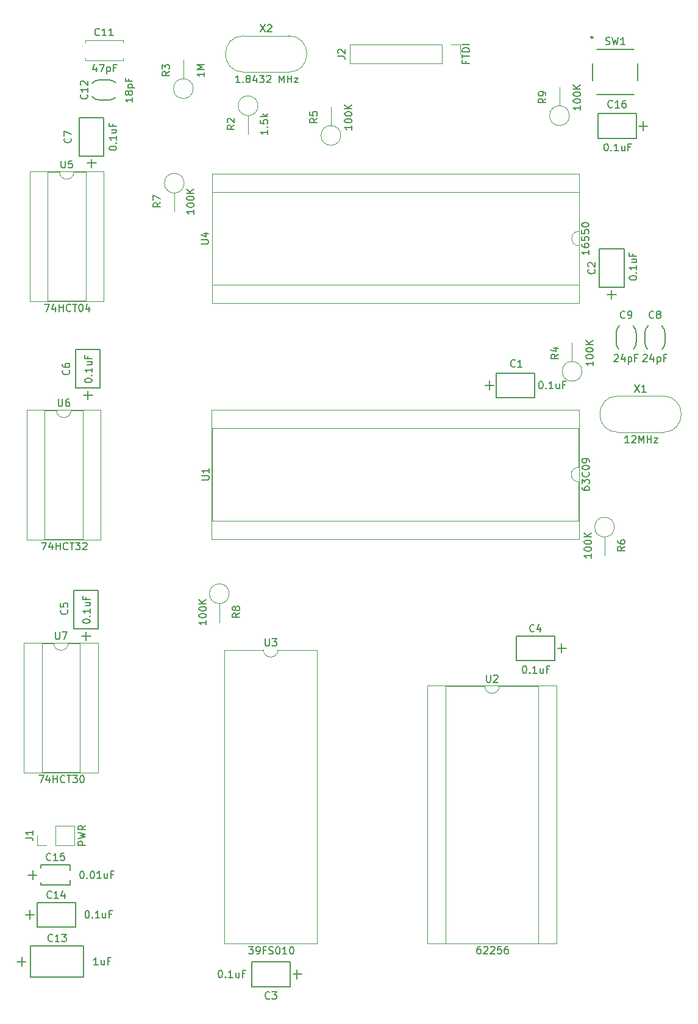
<source format=gbr>
%TF.GenerationSoftware,KiCad,Pcbnew,8.0.6*%
%TF.CreationDate,2024-11-14T10:34:02-05:00*%
%TF.ProjectId,6309-board-prototype-1.kicad_pro,36333039-2d62-46f6-9172-642d70726f74,rev?*%
%TF.SameCoordinates,Original*%
%TF.FileFunction,Legend,Top*%
%TF.FilePolarity,Positive*%
%FSLAX46Y46*%
G04 Gerber Fmt 4.6, Leading zero omitted, Abs format (unit mm)*
G04 Created by KiCad (PCBNEW 8.0.6) date 2024-11-14 10:34:02*
%MOMM*%
%LPD*%
G01*
G04 APERTURE LIST*
%ADD10C,0.150000*%
%ADD11C,0.120000*%
%ADD12C,0.152400*%
%ADD13C,0.254000*%
G04 APERTURE END LIST*
D10*
X34936233Y-120149819D02*
X35602899Y-120149819D01*
X35602899Y-120149819D02*
X35174328Y-121149819D01*
X36412423Y-120483152D02*
X36412423Y-121149819D01*
X36174328Y-120102200D02*
X35936233Y-120816485D01*
X35936233Y-120816485D02*
X36555280Y-120816485D01*
X36936233Y-121149819D02*
X36936233Y-120149819D01*
X36936233Y-120626009D02*
X37507661Y-120626009D01*
X37507661Y-121149819D02*
X37507661Y-120149819D01*
X38555280Y-121054580D02*
X38507661Y-121102200D01*
X38507661Y-121102200D02*
X38364804Y-121149819D01*
X38364804Y-121149819D02*
X38269566Y-121149819D01*
X38269566Y-121149819D02*
X38126709Y-121102200D01*
X38126709Y-121102200D02*
X38031471Y-121006961D01*
X38031471Y-121006961D02*
X37983852Y-120911723D01*
X37983852Y-120911723D02*
X37936233Y-120721247D01*
X37936233Y-120721247D02*
X37936233Y-120578390D01*
X37936233Y-120578390D02*
X37983852Y-120387914D01*
X37983852Y-120387914D02*
X38031471Y-120292676D01*
X38031471Y-120292676D02*
X38126709Y-120197438D01*
X38126709Y-120197438D02*
X38269566Y-120149819D01*
X38269566Y-120149819D02*
X38364804Y-120149819D01*
X38364804Y-120149819D02*
X38507661Y-120197438D01*
X38507661Y-120197438D02*
X38555280Y-120245057D01*
X38840995Y-120149819D02*
X39412423Y-120149819D01*
X39126709Y-121149819D02*
X39126709Y-120149819D01*
X39650519Y-120149819D02*
X40269566Y-120149819D01*
X40269566Y-120149819D02*
X39936233Y-120530771D01*
X39936233Y-120530771D02*
X40079090Y-120530771D01*
X40079090Y-120530771D02*
X40174328Y-120578390D01*
X40174328Y-120578390D02*
X40221947Y-120626009D01*
X40221947Y-120626009D02*
X40269566Y-120721247D01*
X40269566Y-120721247D02*
X40269566Y-120959342D01*
X40269566Y-120959342D02*
X40221947Y-121054580D01*
X40221947Y-121054580D02*
X40174328Y-121102200D01*
X40174328Y-121102200D02*
X40079090Y-121149819D01*
X40079090Y-121149819D02*
X39793376Y-121149819D01*
X39793376Y-121149819D02*
X39698138Y-121102200D01*
X39698138Y-121102200D02*
X39650519Y-121054580D01*
X40888614Y-120149819D02*
X40983852Y-120149819D01*
X40983852Y-120149819D02*
X41079090Y-120197438D01*
X41079090Y-120197438D02*
X41126709Y-120245057D01*
X41126709Y-120245057D02*
X41174328Y-120340295D01*
X41174328Y-120340295D02*
X41221947Y-120530771D01*
X41221947Y-120530771D02*
X41221947Y-120768866D01*
X41221947Y-120768866D02*
X41174328Y-120959342D01*
X41174328Y-120959342D02*
X41126709Y-121054580D01*
X41126709Y-121054580D02*
X41079090Y-121102200D01*
X41079090Y-121102200D02*
X40983852Y-121149819D01*
X40983852Y-121149819D02*
X40888614Y-121149819D01*
X40888614Y-121149819D02*
X40793376Y-121102200D01*
X40793376Y-121102200D02*
X40745757Y-121054580D01*
X40745757Y-121054580D02*
X40698138Y-120959342D01*
X40698138Y-120959342D02*
X40650519Y-120768866D01*
X40650519Y-120768866D02*
X40650519Y-120530771D01*
X40650519Y-120530771D02*
X40698138Y-120340295D01*
X40698138Y-120340295D02*
X40745757Y-120245057D01*
X40745757Y-120245057D02*
X40793376Y-120197438D01*
X40793376Y-120197438D02*
X40888614Y-120149819D01*
X35736233Y-54734819D02*
X36402899Y-54734819D01*
X36402899Y-54734819D02*
X35974328Y-55734819D01*
X37212423Y-55068152D02*
X37212423Y-55734819D01*
X36974328Y-54687200D02*
X36736233Y-55401485D01*
X36736233Y-55401485D02*
X37355280Y-55401485D01*
X37736233Y-55734819D02*
X37736233Y-54734819D01*
X37736233Y-55211009D02*
X38307661Y-55211009D01*
X38307661Y-55734819D02*
X38307661Y-54734819D01*
X39355280Y-55639580D02*
X39307661Y-55687200D01*
X39307661Y-55687200D02*
X39164804Y-55734819D01*
X39164804Y-55734819D02*
X39069566Y-55734819D01*
X39069566Y-55734819D02*
X38926709Y-55687200D01*
X38926709Y-55687200D02*
X38831471Y-55591961D01*
X38831471Y-55591961D02*
X38783852Y-55496723D01*
X38783852Y-55496723D02*
X38736233Y-55306247D01*
X38736233Y-55306247D02*
X38736233Y-55163390D01*
X38736233Y-55163390D02*
X38783852Y-54972914D01*
X38783852Y-54972914D02*
X38831471Y-54877676D01*
X38831471Y-54877676D02*
X38926709Y-54782438D01*
X38926709Y-54782438D02*
X39069566Y-54734819D01*
X39069566Y-54734819D02*
X39164804Y-54734819D01*
X39164804Y-54734819D02*
X39307661Y-54782438D01*
X39307661Y-54782438D02*
X39355280Y-54830057D01*
X39640995Y-54734819D02*
X40212423Y-54734819D01*
X39926709Y-55734819D02*
X39926709Y-54734819D01*
X40736233Y-54734819D02*
X40831471Y-54734819D01*
X40831471Y-54734819D02*
X40926709Y-54782438D01*
X40926709Y-54782438D02*
X40974328Y-54830057D01*
X40974328Y-54830057D02*
X41021947Y-54925295D01*
X41021947Y-54925295D02*
X41069566Y-55115771D01*
X41069566Y-55115771D02*
X41069566Y-55353866D01*
X41069566Y-55353866D02*
X41021947Y-55544342D01*
X41021947Y-55544342D02*
X40974328Y-55639580D01*
X40974328Y-55639580D02*
X40926709Y-55687200D01*
X40926709Y-55687200D02*
X40831471Y-55734819D01*
X40831471Y-55734819D02*
X40736233Y-55734819D01*
X40736233Y-55734819D02*
X40640995Y-55687200D01*
X40640995Y-55687200D02*
X40593376Y-55639580D01*
X40593376Y-55639580D02*
X40545757Y-55544342D01*
X40545757Y-55544342D02*
X40498138Y-55353866D01*
X40498138Y-55353866D02*
X40498138Y-55115771D01*
X40498138Y-55115771D02*
X40545757Y-54925295D01*
X40545757Y-54925295D02*
X40593376Y-54830057D01*
X40593376Y-54830057D02*
X40640995Y-54782438D01*
X40640995Y-54782438D02*
X40736233Y-54734819D01*
X41926709Y-55068152D02*
X41926709Y-55734819D01*
X41688614Y-54687200D02*
X41450519Y-55401485D01*
X41450519Y-55401485D02*
X42069566Y-55401485D01*
X110167719Y-27191666D02*
X110167719Y-27763094D01*
X110167719Y-27477380D02*
X109167719Y-27477380D01*
X109167719Y-27477380D02*
X109310576Y-27572618D01*
X109310576Y-27572618D02*
X109405814Y-27667856D01*
X109405814Y-27667856D02*
X109453433Y-27763094D01*
X109167719Y-26572618D02*
X109167719Y-26477380D01*
X109167719Y-26477380D02*
X109215338Y-26382142D01*
X109215338Y-26382142D02*
X109262957Y-26334523D01*
X109262957Y-26334523D02*
X109358195Y-26286904D01*
X109358195Y-26286904D02*
X109548671Y-26239285D01*
X109548671Y-26239285D02*
X109786766Y-26239285D01*
X109786766Y-26239285D02*
X109977242Y-26286904D01*
X109977242Y-26286904D02*
X110072480Y-26334523D01*
X110072480Y-26334523D02*
X110120100Y-26382142D01*
X110120100Y-26382142D02*
X110167719Y-26477380D01*
X110167719Y-26477380D02*
X110167719Y-26572618D01*
X110167719Y-26572618D02*
X110120100Y-26667856D01*
X110120100Y-26667856D02*
X110072480Y-26715475D01*
X110072480Y-26715475D02*
X109977242Y-26763094D01*
X109977242Y-26763094D02*
X109786766Y-26810713D01*
X109786766Y-26810713D02*
X109548671Y-26810713D01*
X109548671Y-26810713D02*
X109358195Y-26763094D01*
X109358195Y-26763094D02*
X109262957Y-26715475D01*
X109262957Y-26715475D02*
X109215338Y-26667856D01*
X109215338Y-26667856D02*
X109167719Y-26572618D01*
X109167719Y-25620237D02*
X109167719Y-25524999D01*
X109167719Y-25524999D02*
X109215338Y-25429761D01*
X109215338Y-25429761D02*
X109262957Y-25382142D01*
X109262957Y-25382142D02*
X109358195Y-25334523D01*
X109358195Y-25334523D02*
X109548671Y-25286904D01*
X109548671Y-25286904D02*
X109786766Y-25286904D01*
X109786766Y-25286904D02*
X109977242Y-25334523D01*
X109977242Y-25334523D02*
X110072480Y-25382142D01*
X110072480Y-25382142D02*
X110120100Y-25429761D01*
X110120100Y-25429761D02*
X110167719Y-25524999D01*
X110167719Y-25524999D02*
X110167719Y-25620237D01*
X110167719Y-25620237D02*
X110120100Y-25715475D01*
X110120100Y-25715475D02*
X110072480Y-25763094D01*
X110072480Y-25763094D02*
X109977242Y-25810713D01*
X109977242Y-25810713D02*
X109786766Y-25858332D01*
X109786766Y-25858332D02*
X109548671Y-25858332D01*
X109548671Y-25858332D02*
X109358195Y-25810713D01*
X109358195Y-25810713D02*
X109262957Y-25763094D01*
X109262957Y-25763094D02*
X109215338Y-25715475D01*
X109215338Y-25715475D02*
X109167719Y-25620237D01*
X110167719Y-24858332D02*
X109167719Y-24858332D01*
X110167719Y-24286904D02*
X109596290Y-24715475D01*
X109167719Y-24286904D02*
X109739147Y-24858332D01*
X60107143Y-147204819D02*
X60202381Y-147204819D01*
X60202381Y-147204819D02*
X60297619Y-147252438D01*
X60297619Y-147252438D02*
X60345238Y-147300057D01*
X60345238Y-147300057D02*
X60392857Y-147395295D01*
X60392857Y-147395295D02*
X60440476Y-147585771D01*
X60440476Y-147585771D02*
X60440476Y-147823866D01*
X60440476Y-147823866D02*
X60392857Y-148014342D01*
X60392857Y-148014342D02*
X60345238Y-148109580D01*
X60345238Y-148109580D02*
X60297619Y-148157200D01*
X60297619Y-148157200D02*
X60202381Y-148204819D01*
X60202381Y-148204819D02*
X60107143Y-148204819D01*
X60107143Y-148204819D02*
X60011905Y-148157200D01*
X60011905Y-148157200D02*
X59964286Y-148109580D01*
X59964286Y-148109580D02*
X59916667Y-148014342D01*
X59916667Y-148014342D02*
X59869048Y-147823866D01*
X59869048Y-147823866D02*
X59869048Y-147585771D01*
X59869048Y-147585771D02*
X59916667Y-147395295D01*
X59916667Y-147395295D02*
X59964286Y-147300057D01*
X59964286Y-147300057D02*
X60011905Y-147252438D01*
X60011905Y-147252438D02*
X60107143Y-147204819D01*
X60869048Y-148109580D02*
X60916667Y-148157200D01*
X60916667Y-148157200D02*
X60869048Y-148204819D01*
X60869048Y-148204819D02*
X60821429Y-148157200D01*
X60821429Y-148157200D02*
X60869048Y-148109580D01*
X60869048Y-148109580D02*
X60869048Y-148204819D01*
X61869047Y-148204819D02*
X61297619Y-148204819D01*
X61583333Y-148204819D02*
X61583333Y-147204819D01*
X61583333Y-147204819D02*
X61488095Y-147347676D01*
X61488095Y-147347676D02*
X61392857Y-147442914D01*
X61392857Y-147442914D02*
X61297619Y-147490533D01*
X62726190Y-147538152D02*
X62726190Y-148204819D01*
X62297619Y-147538152D02*
X62297619Y-148061961D01*
X62297619Y-148061961D02*
X62345238Y-148157200D01*
X62345238Y-148157200D02*
X62440476Y-148204819D01*
X62440476Y-148204819D02*
X62583333Y-148204819D01*
X62583333Y-148204819D02*
X62678571Y-148157200D01*
X62678571Y-148157200D02*
X62726190Y-148109580D01*
X63535714Y-147681009D02*
X63202381Y-147681009D01*
X63202381Y-148204819D02*
X63202381Y-147204819D01*
X63202381Y-147204819D02*
X63678571Y-147204819D01*
X56481919Y-41641666D02*
X56481919Y-42213094D01*
X56481919Y-41927380D02*
X55481919Y-41927380D01*
X55481919Y-41927380D02*
X55624776Y-42022618D01*
X55624776Y-42022618D02*
X55720014Y-42117856D01*
X55720014Y-42117856D02*
X55767633Y-42213094D01*
X55481919Y-41022618D02*
X55481919Y-40927380D01*
X55481919Y-40927380D02*
X55529538Y-40832142D01*
X55529538Y-40832142D02*
X55577157Y-40784523D01*
X55577157Y-40784523D02*
X55672395Y-40736904D01*
X55672395Y-40736904D02*
X55862871Y-40689285D01*
X55862871Y-40689285D02*
X56100966Y-40689285D01*
X56100966Y-40689285D02*
X56291442Y-40736904D01*
X56291442Y-40736904D02*
X56386680Y-40784523D01*
X56386680Y-40784523D02*
X56434300Y-40832142D01*
X56434300Y-40832142D02*
X56481919Y-40927380D01*
X56481919Y-40927380D02*
X56481919Y-41022618D01*
X56481919Y-41022618D02*
X56434300Y-41117856D01*
X56434300Y-41117856D02*
X56386680Y-41165475D01*
X56386680Y-41165475D02*
X56291442Y-41213094D01*
X56291442Y-41213094D02*
X56100966Y-41260713D01*
X56100966Y-41260713D02*
X55862871Y-41260713D01*
X55862871Y-41260713D02*
X55672395Y-41213094D01*
X55672395Y-41213094D02*
X55577157Y-41165475D01*
X55577157Y-41165475D02*
X55529538Y-41117856D01*
X55529538Y-41117856D02*
X55481919Y-41022618D01*
X55481919Y-40070237D02*
X55481919Y-39974999D01*
X55481919Y-39974999D02*
X55529538Y-39879761D01*
X55529538Y-39879761D02*
X55577157Y-39832142D01*
X55577157Y-39832142D02*
X55672395Y-39784523D01*
X55672395Y-39784523D02*
X55862871Y-39736904D01*
X55862871Y-39736904D02*
X56100966Y-39736904D01*
X56100966Y-39736904D02*
X56291442Y-39784523D01*
X56291442Y-39784523D02*
X56386680Y-39832142D01*
X56386680Y-39832142D02*
X56434300Y-39879761D01*
X56434300Y-39879761D02*
X56481919Y-39974999D01*
X56481919Y-39974999D02*
X56481919Y-40070237D01*
X56481919Y-40070237D02*
X56434300Y-40165475D01*
X56434300Y-40165475D02*
X56386680Y-40213094D01*
X56386680Y-40213094D02*
X56291442Y-40260713D01*
X56291442Y-40260713D02*
X56100966Y-40308332D01*
X56100966Y-40308332D02*
X55862871Y-40308332D01*
X55862871Y-40308332D02*
X55672395Y-40260713D01*
X55672395Y-40260713D02*
X55577157Y-40213094D01*
X55577157Y-40213094D02*
X55529538Y-40165475D01*
X55529538Y-40165475D02*
X55481919Y-40070237D01*
X56481919Y-39308332D02*
X55481919Y-39308332D01*
X56481919Y-38736904D02*
X55910490Y-39165475D01*
X55481919Y-38736904D02*
X56053347Y-39308332D01*
X42926233Y-21788152D02*
X42926233Y-22454819D01*
X42688138Y-21407200D02*
X42450043Y-22121485D01*
X42450043Y-22121485D02*
X43069090Y-22121485D01*
X43354805Y-21454819D02*
X44021471Y-21454819D01*
X44021471Y-21454819D02*
X43592900Y-22454819D01*
X44402424Y-21788152D02*
X44402424Y-22788152D01*
X44402424Y-21835771D02*
X44497662Y-21788152D01*
X44497662Y-21788152D02*
X44688138Y-21788152D01*
X44688138Y-21788152D02*
X44783376Y-21835771D01*
X44783376Y-21835771D02*
X44830995Y-21883390D01*
X44830995Y-21883390D02*
X44878614Y-21978628D01*
X44878614Y-21978628D02*
X44878614Y-22264342D01*
X44878614Y-22264342D02*
X44830995Y-22359580D01*
X44830995Y-22359580D02*
X44783376Y-22407200D01*
X44783376Y-22407200D02*
X44688138Y-22454819D01*
X44688138Y-22454819D02*
X44497662Y-22454819D01*
X44497662Y-22454819D02*
X44402424Y-22407200D01*
X45640519Y-21931009D02*
X45307186Y-21931009D01*
X45307186Y-22454819D02*
X45307186Y-21454819D01*
X45307186Y-21454819D02*
X45783376Y-21454819D01*
X58177719Y-98641666D02*
X58177719Y-99213094D01*
X58177719Y-98927380D02*
X57177719Y-98927380D01*
X57177719Y-98927380D02*
X57320576Y-99022618D01*
X57320576Y-99022618D02*
X57415814Y-99117856D01*
X57415814Y-99117856D02*
X57463433Y-99213094D01*
X57177719Y-98022618D02*
X57177719Y-97927380D01*
X57177719Y-97927380D02*
X57225338Y-97832142D01*
X57225338Y-97832142D02*
X57272957Y-97784523D01*
X57272957Y-97784523D02*
X57368195Y-97736904D01*
X57368195Y-97736904D02*
X57558671Y-97689285D01*
X57558671Y-97689285D02*
X57796766Y-97689285D01*
X57796766Y-97689285D02*
X57987242Y-97736904D01*
X57987242Y-97736904D02*
X58082480Y-97784523D01*
X58082480Y-97784523D02*
X58130100Y-97832142D01*
X58130100Y-97832142D02*
X58177719Y-97927380D01*
X58177719Y-97927380D02*
X58177719Y-98022618D01*
X58177719Y-98022618D02*
X58130100Y-98117856D01*
X58130100Y-98117856D02*
X58082480Y-98165475D01*
X58082480Y-98165475D02*
X57987242Y-98213094D01*
X57987242Y-98213094D02*
X57796766Y-98260713D01*
X57796766Y-98260713D02*
X57558671Y-98260713D01*
X57558671Y-98260713D02*
X57368195Y-98213094D01*
X57368195Y-98213094D02*
X57272957Y-98165475D01*
X57272957Y-98165475D02*
X57225338Y-98117856D01*
X57225338Y-98117856D02*
X57177719Y-98022618D01*
X57177719Y-97070237D02*
X57177719Y-96974999D01*
X57177719Y-96974999D02*
X57225338Y-96879761D01*
X57225338Y-96879761D02*
X57272957Y-96832142D01*
X57272957Y-96832142D02*
X57368195Y-96784523D01*
X57368195Y-96784523D02*
X57558671Y-96736904D01*
X57558671Y-96736904D02*
X57796766Y-96736904D01*
X57796766Y-96736904D02*
X57987242Y-96784523D01*
X57987242Y-96784523D02*
X58082480Y-96832142D01*
X58082480Y-96832142D02*
X58130100Y-96879761D01*
X58130100Y-96879761D02*
X58177719Y-96974999D01*
X58177719Y-96974999D02*
X58177719Y-97070237D01*
X58177719Y-97070237D02*
X58130100Y-97165475D01*
X58130100Y-97165475D02*
X58082480Y-97213094D01*
X58082480Y-97213094D02*
X57987242Y-97260713D01*
X57987242Y-97260713D02*
X57796766Y-97308332D01*
X57796766Y-97308332D02*
X57558671Y-97308332D01*
X57558671Y-97308332D02*
X57368195Y-97260713D01*
X57368195Y-97260713D02*
X57272957Y-97213094D01*
X57272957Y-97213094D02*
X57225338Y-97165475D01*
X57225338Y-97165475D02*
X57177719Y-97070237D01*
X58177719Y-96308332D02*
X57177719Y-96308332D01*
X58177719Y-95736904D02*
X57606290Y-96165475D01*
X57177719Y-95736904D02*
X57749147Y-96308332D01*
X41047719Y-98799956D02*
X41047719Y-98704718D01*
X41047719Y-98704718D02*
X41095338Y-98609480D01*
X41095338Y-98609480D02*
X41142957Y-98561861D01*
X41142957Y-98561861D02*
X41238195Y-98514242D01*
X41238195Y-98514242D02*
X41428671Y-98466623D01*
X41428671Y-98466623D02*
X41666766Y-98466623D01*
X41666766Y-98466623D02*
X41857242Y-98514242D01*
X41857242Y-98514242D02*
X41952480Y-98561861D01*
X41952480Y-98561861D02*
X42000100Y-98609480D01*
X42000100Y-98609480D02*
X42047719Y-98704718D01*
X42047719Y-98704718D02*
X42047719Y-98799956D01*
X42047719Y-98799956D02*
X42000100Y-98895194D01*
X42000100Y-98895194D02*
X41952480Y-98942813D01*
X41952480Y-98942813D02*
X41857242Y-98990432D01*
X41857242Y-98990432D02*
X41666766Y-99038051D01*
X41666766Y-99038051D02*
X41428671Y-99038051D01*
X41428671Y-99038051D02*
X41238195Y-98990432D01*
X41238195Y-98990432D02*
X41142957Y-98942813D01*
X41142957Y-98942813D02*
X41095338Y-98895194D01*
X41095338Y-98895194D02*
X41047719Y-98799956D01*
X41952480Y-98038051D02*
X42000100Y-97990432D01*
X42000100Y-97990432D02*
X42047719Y-98038051D01*
X42047719Y-98038051D02*
X42000100Y-98085670D01*
X42000100Y-98085670D02*
X41952480Y-98038051D01*
X41952480Y-98038051D02*
X42047719Y-98038051D01*
X42047719Y-97038052D02*
X42047719Y-97609480D01*
X42047719Y-97323766D02*
X41047719Y-97323766D01*
X41047719Y-97323766D02*
X41190576Y-97419004D01*
X41190576Y-97419004D02*
X41285814Y-97514242D01*
X41285814Y-97514242D02*
X41333433Y-97609480D01*
X41381052Y-96180909D02*
X42047719Y-96180909D01*
X41381052Y-96609480D02*
X41904861Y-96609480D01*
X41904861Y-96609480D02*
X42000100Y-96561861D01*
X42000100Y-96561861D02*
X42047719Y-96466623D01*
X42047719Y-96466623D02*
X42047719Y-96323766D01*
X42047719Y-96323766D02*
X42000100Y-96228528D01*
X42000100Y-96228528D02*
X41952480Y-96180909D01*
X41523909Y-95371385D02*
X41523909Y-95704718D01*
X42047719Y-95704718D02*
X41047719Y-95704718D01*
X41047719Y-95704718D02*
X41047719Y-95228528D01*
X41417719Y-129833332D02*
X40417719Y-129833332D01*
X40417719Y-129833332D02*
X40417719Y-129452380D01*
X40417719Y-129452380D02*
X40465338Y-129357142D01*
X40465338Y-129357142D02*
X40512957Y-129309523D01*
X40512957Y-129309523D02*
X40608195Y-129261904D01*
X40608195Y-129261904D02*
X40751052Y-129261904D01*
X40751052Y-129261904D02*
X40846290Y-129309523D01*
X40846290Y-129309523D02*
X40893909Y-129357142D01*
X40893909Y-129357142D02*
X40941528Y-129452380D01*
X40941528Y-129452380D02*
X40941528Y-129833332D01*
X40417719Y-128928570D02*
X41417719Y-128690475D01*
X41417719Y-128690475D02*
X40703433Y-128499999D01*
X40703433Y-128499999D02*
X41417719Y-128309523D01*
X41417719Y-128309523D02*
X40417719Y-128071428D01*
X41417719Y-127119047D02*
X40941528Y-127452380D01*
X41417719Y-127690475D02*
X40417719Y-127690475D01*
X40417719Y-127690475D02*
X40417719Y-127309523D01*
X40417719Y-127309523D02*
X40465338Y-127214285D01*
X40465338Y-127214285D02*
X40512957Y-127166666D01*
X40512957Y-127166666D02*
X40608195Y-127119047D01*
X40608195Y-127119047D02*
X40751052Y-127119047D01*
X40751052Y-127119047D02*
X40846290Y-127166666D01*
X40846290Y-127166666D02*
X40893909Y-127214285D01*
X40893909Y-127214285D02*
X40941528Y-127309523D01*
X40941528Y-127309523D02*
X40941528Y-127690475D01*
X102357143Y-104954819D02*
X102452381Y-104954819D01*
X102452381Y-104954819D02*
X102547619Y-105002438D01*
X102547619Y-105002438D02*
X102595238Y-105050057D01*
X102595238Y-105050057D02*
X102642857Y-105145295D01*
X102642857Y-105145295D02*
X102690476Y-105335771D01*
X102690476Y-105335771D02*
X102690476Y-105573866D01*
X102690476Y-105573866D02*
X102642857Y-105764342D01*
X102642857Y-105764342D02*
X102595238Y-105859580D01*
X102595238Y-105859580D02*
X102547619Y-105907200D01*
X102547619Y-105907200D02*
X102452381Y-105954819D01*
X102452381Y-105954819D02*
X102357143Y-105954819D01*
X102357143Y-105954819D02*
X102261905Y-105907200D01*
X102261905Y-105907200D02*
X102214286Y-105859580D01*
X102214286Y-105859580D02*
X102166667Y-105764342D01*
X102166667Y-105764342D02*
X102119048Y-105573866D01*
X102119048Y-105573866D02*
X102119048Y-105335771D01*
X102119048Y-105335771D02*
X102166667Y-105145295D01*
X102166667Y-105145295D02*
X102214286Y-105050057D01*
X102214286Y-105050057D02*
X102261905Y-105002438D01*
X102261905Y-105002438D02*
X102357143Y-104954819D01*
X103119048Y-105859580D02*
X103166667Y-105907200D01*
X103166667Y-105907200D02*
X103119048Y-105954819D01*
X103119048Y-105954819D02*
X103071429Y-105907200D01*
X103071429Y-105907200D02*
X103119048Y-105859580D01*
X103119048Y-105859580D02*
X103119048Y-105954819D01*
X104119047Y-105954819D02*
X103547619Y-105954819D01*
X103833333Y-105954819D02*
X103833333Y-104954819D01*
X103833333Y-104954819D02*
X103738095Y-105097676D01*
X103738095Y-105097676D02*
X103642857Y-105192914D01*
X103642857Y-105192914D02*
X103547619Y-105240533D01*
X104976190Y-105288152D02*
X104976190Y-105954819D01*
X104547619Y-105288152D02*
X104547619Y-105811961D01*
X104547619Y-105811961D02*
X104595238Y-105907200D01*
X104595238Y-105907200D02*
X104690476Y-105954819D01*
X104690476Y-105954819D02*
X104833333Y-105954819D01*
X104833333Y-105954819D02*
X104928571Y-105907200D01*
X104928571Y-105907200D02*
X104976190Y-105859580D01*
X105785714Y-105431009D02*
X105452381Y-105431009D01*
X105452381Y-105954819D02*
X105452381Y-104954819D01*
X105452381Y-104954819D02*
X105928571Y-104954819D01*
X118857143Y-61800057D02*
X118904762Y-61752438D01*
X118904762Y-61752438D02*
X119000000Y-61704819D01*
X119000000Y-61704819D02*
X119238095Y-61704819D01*
X119238095Y-61704819D02*
X119333333Y-61752438D01*
X119333333Y-61752438D02*
X119380952Y-61800057D01*
X119380952Y-61800057D02*
X119428571Y-61895295D01*
X119428571Y-61895295D02*
X119428571Y-61990533D01*
X119428571Y-61990533D02*
X119380952Y-62133390D01*
X119380952Y-62133390D02*
X118809524Y-62704819D01*
X118809524Y-62704819D02*
X119428571Y-62704819D01*
X120285714Y-62038152D02*
X120285714Y-62704819D01*
X120047619Y-61657200D02*
X119809524Y-62371485D01*
X119809524Y-62371485D02*
X120428571Y-62371485D01*
X120809524Y-62038152D02*
X120809524Y-63038152D01*
X120809524Y-62085771D02*
X120904762Y-62038152D01*
X120904762Y-62038152D02*
X121095238Y-62038152D01*
X121095238Y-62038152D02*
X121190476Y-62085771D01*
X121190476Y-62085771D02*
X121238095Y-62133390D01*
X121238095Y-62133390D02*
X121285714Y-62228628D01*
X121285714Y-62228628D02*
X121285714Y-62514342D01*
X121285714Y-62514342D02*
X121238095Y-62609580D01*
X121238095Y-62609580D02*
X121190476Y-62657200D01*
X121190476Y-62657200D02*
X121095238Y-62704819D01*
X121095238Y-62704819D02*
X120904762Y-62704819D01*
X120904762Y-62704819D02*
X120809524Y-62657200D01*
X122047619Y-62181009D02*
X121714286Y-62181009D01*
X121714286Y-62704819D02*
X121714286Y-61704819D01*
X121714286Y-61704819D02*
X122190476Y-61704819D01*
X41607143Y-138954819D02*
X41702381Y-138954819D01*
X41702381Y-138954819D02*
X41797619Y-139002438D01*
X41797619Y-139002438D02*
X41845238Y-139050057D01*
X41845238Y-139050057D02*
X41892857Y-139145295D01*
X41892857Y-139145295D02*
X41940476Y-139335771D01*
X41940476Y-139335771D02*
X41940476Y-139573866D01*
X41940476Y-139573866D02*
X41892857Y-139764342D01*
X41892857Y-139764342D02*
X41845238Y-139859580D01*
X41845238Y-139859580D02*
X41797619Y-139907200D01*
X41797619Y-139907200D02*
X41702381Y-139954819D01*
X41702381Y-139954819D02*
X41607143Y-139954819D01*
X41607143Y-139954819D02*
X41511905Y-139907200D01*
X41511905Y-139907200D02*
X41464286Y-139859580D01*
X41464286Y-139859580D02*
X41416667Y-139764342D01*
X41416667Y-139764342D02*
X41369048Y-139573866D01*
X41369048Y-139573866D02*
X41369048Y-139335771D01*
X41369048Y-139335771D02*
X41416667Y-139145295D01*
X41416667Y-139145295D02*
X41464286Y-139050057D01*
X41464286Y-139050057D02*
X41511905Y-139002438D01*
X41511905Y-139002438D02*
X41607143Y-138954819D01*
X42369048Y-139859580D02*
X42416667Y-139907200D01*
X42416667Y-139907200D02*
X42369048Y-139954819D01*
X42369048Y-139954819D02*
X42321429Y-139907200D01*
X42321429Y-139907200D02*
X42369048Y-139859580D01*
X42369048Y-139859580D02*
X42369048Y-139954819D01*
X43369047Y-139954819D02*
X42797619Y-139954819D01*
X43083333Y-139954819D02*
X43083333Y-138954819D01*
X43083333Y-138954819D02*
X42988095Y-139097676D01*
X42988095Y-139097676D02*
X42892857Y-139192914D01*
X42892857Y-139192914D02*
X42797619Y-139240533D01*
X44226190Y-139288152D02*
X44226190Y-139954819D01*
X43797619Y-139288152D02*
X43797619Y-139811961D01*
X43797619Y-139811961D02*
X43845238Y-139907200D01*
X43845238Y-139907200D02*
X43940476Y-139954819D01*
X43940476Y-139954819D02*
X44083333Y-139954819D01*
X44083333Y-139954819D02*
X44178571Y-139907200D01*
X44178571Y-139907200D02*
X44226190Y-139859580D01*
X45035714Y-139431009D02*
X44702381Y-139431009D01*
X44702381Y-139954819D02*
X44702381Y-138954819D01*
X44702381Y-138954819D02*
X45178571Y-138954819D01*
X116912423Y-73979819D02*
X116340995Y-73979819D01*
X116626709Y-73979819D02*
X116626709Y-72979819D01*
X116626709Y-72979819D02*
X116531471Y-73122676D01*
X116531471Y-73122676D02*
X116436233Y-73217914D01*
X116436233Y-73217914D02*
X116340995Y-73265533D01*
X117293376Y-73075057D02*
X117340995Y-73027438D01*
X117340995Y-73027438D02*
X117436233Y-72979819D01*
X117436233Y-72979819D02*
X117674328Y-72979819D01*
X117674328Y-72979819D02*
X117769566Y-73027438D01*
X117769566Y-73027438D02*
X117817185Y-73075057D01*
X117817185Y-73075057D02*
X117864804Y-73170295D01*
X117864804Y-73170295D02*
X117864804Y-73265533D01*
X117864804Y-73265533D02*
X117817185Y-73408390D01*
X117817185Y-73408390D02*
X117245757Y-73979819D01*
X117245757Y-73979819D02*
X117864804Y-73979819D01*
X118293376Y-73979819D02*
X118293376Y-72979819D01*
X118293376Y-72979819D02*
X118626709Y-73694104D01*
X118626709Y-73694104D02*
X118960042Y-72979819D01*
X118960042Y-72979819D02*
X118960042Y-73979819D01*
X119436233Y-73979819D02*
X119436233Y-72979819D01*
X119436233Y-73456009D02*
X120007661Y-73456009D01*
X120007661Y-73979819D02*
X120007661Y-72979819D01*
X120388614Y-73313152D02*
X120912423Y-73313152D01*
X120912423Y-73313152D02*
X120388614Y-73979819D01*
X120388614Y-73979819D02*
X120912423Y-73979819D01*
X114857143Y-61800057D02*
X114904762Y-61752438D01*
X114904762Y-61752438D02*
X115000000Y-61704819D01*
X115000000Y-61704819D02*
X115238095Y-61704819D01*
X115238095Y-61704819D02*
X115333333Y-61752438D01*
X115333333Y-61752438D02*
X115380952Y-61800057D01*
X115380952Y-61800057D02*
X115428571Y-61895295D01*
X115428571Y-61895295D02*
X115428571Y-61990533D01*
X115428571Y-61990533D02*
X115380952Y-62133390D01*
X115380952Y-62133390D02*
X114809524Y-62704819D01*
X114809524Y-62704819D02*
X115428571Y-62704819D01*
X116285714Y-62038152D02*
X116285714Y-62704819D01*
X116047619Y-61657200D02*
X115809524Y-62371485D01*
X115809524Y-62371485D02*
X116428571Y-62371485D01*
X116809524Y-62038152D02*
X116809524Y-63038152D01*
X116809524Y-62085771D02*
X116904762Y-62038152D01*
X116904762Y-62038152D02*
X117095238Y-62038152D01*
X117095238Y-62038152D02*
X117190476Y-62085771D01*
X117190476Y-62085771D02*
X117238095Y-62133390D01*
X117238095Y-62133390D02*
X117285714Y-62228628D01*
X117285714Y-62228628D02*
X117285714Y-62514342D01*
X117285714Y-62514342D02*
X117238095Y-62609580D01*
X117238095Y-62609580D02*
X117190476Y-62657200D01*
X117190476Y-62657200D02*
X117095238Y-62704819D01*
X117095238Y-62704819D02*
X116904762Y-62704819D01*
X116904762Y-62704819D02*
X116809524Y-62657200D01*
X118047619Y-62181009D02*
X117714286Y-62181009D01*
X117714286Y-62704819D02*
X117714286Y-61704819D01*
X117714286Y-61704819D02*
X118190476Y-61704819D01*
X111331919Y-47239047D02*
X111331919Y-47810475D01*
X111331919Y-47524761D02*
X110331919Y-47524761D01*
X110331919Y-47524761D02*
X110474776Y-47619999D01*
X110474776Y-47619999D02*
X110570014Y-47715237D01*
X110570014Y-47715237D02*
X110617633Y-47810475D01*
X110331919Y-46381904D02*
X110331919Y-46572380D01*
X110331919Y-46572380D02*
X110379538Y-46667618D01*
X110379538Y-46667618D02*
X110427157Y-46715237D01*
X110427157Y-46715237D02*
X110570014Y-46810475D01*
X110570014Y-46810475D02*
X110760490Y-46858094D01*
X110760490Y-46858094D02*
X111141442Y-46858094D01*
X111141442Y-46858094D02*
X111236680Y-46810475D01*
X111236680Y-46810475D02*
X111284300Y-46762856D01*
X111284300Y-46762856D02*
X111331919Y-46667618D01*
X111331919Y-46667618D02*
X111331919Y-46477142D01*
X111331919Y-46477142D02*
X111284300Y-46381904D01*
X111284300Y-46381904D02*
X111236680Y-46334285D01*
X111236680Y-46334285D02*
X111141442Y-46286666D01*
X111141442Y-46286666D02*
X110903347Y-46286666D01*
X110903347Y-46286666D02*
X110808109Y-46334285D01*
X110808109Y-46334285D02*
X110760490Y-46381904D01*
X110760490Y-46381904D02*
X110712871Y-46477142D01*
X110712871Y-46477142D02*
X110712871Y-46667618D01*
X110712871Y-46667618D02*
X110760490Y-46762856D01*
X110760490Y-46762856D02*
X110808109Y-46810475D01*
X110808109Y-46810475D02*
X110903347Y-46858094D01*
X110331919Y-45381904D02*
X110331919Y-45858094D01*
X110331919Y-45858094D02*
X110808109Y-45905713D01*
X110808109Y-45905713D02*
X110760490Y-45858094D01*
X110760490Y-45858094D02*
X110712871Y-45762856D01*
X110712871Y-45762856D02*
X110712871Y-45524761D01*
X110712871Y-45524761D02*
X110760490Y-45429523D01*
X110760490Y-45429523D02*
X110808109Y-45381904D01*
X110808109Y-45381904D02*
X110903347Y-45334285D01*
X110903347Y-45334285D02*
X111141442Y-45334285D01*
X111141442Y-45334285D02*
X111236680Y-45381904D01*
X111236680Y-45381904D02*
X111284300Y-45429523D01*
X111284300Y-45429523D02*
X111331919Y-45524761D01*
X111331919Y-45524761D02*
X111331919Y-45762856D01*
X111331919Y-45762856D02*
X111284300Y-45858094D01*
X111284300Y-45858094D02*
X111236680Y-45905713D01*
X110331919Y-44429523D02*
X110331919Y-44905713D01*
X110331919Y-44905713D02*
X110808109Y-44953332D01*
X110808109Y-44953332D02*
X110760490Y-44905713D01*
X110760490Y-44905713D02*
X110712871Y-44810475D01*
X110712871Y-44810475D02*
X110712871Y-44572380D01*
X110712871Y-44572380D02*
X110760490Y-44477142D01*
X110760490Y-44477142D02*
X110808109Y-44429523D01*
X110808109Y-44429523D02*
X110903347Y-44381904D01*
X110903347Y-44381904D02*
X111141442Y-44381904D01*
X111141442Y-44381904D02*
X111236680Y-44429523D01*
X111236680Y-44429523D02*
X111284300Y-44477142D01*
X111284300Y-44477142D02*
X111331919Y-44572380D01*
X111331919Y-44572380D02*
X111331919Y-44810475D01*
X111331919Y-44810475D02*
X111284300Y-44905713D01*
X111284300Y-44905713D02*
X111236680Y-44953332D01*
X110331919Y-43762856D02*
X110331919Y-43667618D01*
X110331919Y-43667618D02*
X110379538Y-43572380D01*
X110379538Y-43572380D02*
X110427157Y-43524761D01*
X110427157Y-43524761D02*
X110522395Y-43477142D01*
X110522395Y-43477142D02*
X110712871Y-43429523D01*
X110712871Y-43429523D02*
X110950966Y-43429523D01*
X110950966Y-43429523D02*
X111141442Y-43477142D01*
X111141442Y-43477142D02*
X111236680Y-43524761D01*
X111236680Y-43524761D02*
X111284300Y-43572380D01*
X111284300Y-43572380D02*
X111331919Y-43667618D01*
X111331919Y-43667618D02*
X111331919Y-43762856D01*
X111331919Y-43762856D02*
X111284300Y-43858094D01*
X111284300Y-43858094D02*
X111236680Y-43905713D01*
X111236680Y-43905713D02*
X111141442Y-43953332D01*
X111141442Y-43953332D02*
X110950966Y-44000951D01*
X110950966Y-44000951D02*
X110712871Y-44000951D01*
X110712871Y-44000951D02*
X110522395Y-43953332D01*
X110522395Y-43953332D02*
X110427157Y-43905713D01*
X110427157Y-43905713D02*
X110379538Y-43858094D01*
X110379538Y-43858094D02*
X110331919Y-43762856D01*
X111677719Y-89391666D02*
X111677719Y-89963094D01*
X111677719Y-89677380D02*
X110677719Y-89677380D01*
X110677719Y-89677380D02*
X110820576Y-89772618D01*
X110820576Y-89772618D02*
X110915814Y-89867856D01*
X110915814Y-89867856D02*
X110963433Y-89963094D01*
X110677719Y-88772618D02*
X110677719Y-88677380D01*
X110677719Y-88677380D02*
X110725338Y-88582142D01*
X110725338Y-88582142D02*
X110772957Y-88534523D01*
X110772957Y-88534523D02*
X110868195Y-88486904D01*
X110868195Y-88486904D02*
X111058671Y-88439285D01*
X111058671Y-88439285D02*
X111296766Y-88439285D01*
X111296766Y-88439285D02*
X111487242Y-88486904D01*
X111487242Y-88486904D02*
X111582480Y-88534523D01*
X111582480Y-88534523D02*
X111630100Y-88582142D01*
X111630100Y-88582142D02*
X111677719Y-88677380D01*
X111677719Y-88677380D02*
X111677719Y-88772618D01*
X111677719Y-88772618D02*
X111630100Y-88867856D01*
X111630100Y-88867856D02*
X111582480Y-88915475D01*
X111582480Y-88915475D02*
X111487242Y-88963094D01*
X111487242Y-88963094D02*
X111296766Y-89010713D01*
X111296766Y-89010713D02*
X111058671Y-89010713D01*
X111058671Y-89010713D02*
X110868195Y-88963094D01*
X110868195Y-88963094D02*
X110772957Y-88915475D01*
X110772957Y-88915475D02*
X110725338Y-88867856D01*
X110725338Y-88867856D02*
X110677719Y-88772618D01*
X110677719Y-87820237D02*
X110677719Y-87724999D01*
X110677719Y-87724999D02*
X110725338Y-87629761D01*
X110725338Y-87629761D02*
X110772957Y-87582142D01*
X110772957Y-87582142D02*
X110868195Y-87534523D01*
X110868195Y-87534523D02*
X111058671Y-87486904D01*
X111058671Y-87486904D02*
X111296766Y-87486904D01*
X111296766Y-87486904D02*
X111487242Y-87534523D01*
X111487242Y-87534523D02*
X111582480Y-87582142D01*
X111582480Y-87582142D02*
X111630100Y-87629761D01*
X111630100Y-87629761D02*
X111677719Y-87724999D01*
X111677719Y-87724999D02*
X111677719Y-87820237D01*
X111677719Y-87820237D02*
X111630100Y-87915475D01*
X111630100Y-87915475D02*
X111582480Y-87963094D01*
X111582480Y-87963094D02*
X111487242Y-88010713D01*
X111487242Y-88010713D02*
X111296766Y-88058332D01*
X111296766Y-88058332D02*
X111058671Y-88058332D01*
X111058671Y-88058332D02*
X110868195Y-88010713D01*
X110868195Y-88010713D02*
X110772957Y-87963094D01*
X110772957Y-87963094D02*
X110725338Y-87915475D01*
X110725338Y-87915475D02*
X110677719Y-87820237D01*
X111677719Y-87058332D02*
X110677719Y-87058332D01*
X111677719Y-86486904D02*
X111106290Y-86915475D01*
X110677719Y-86486904D02*
X111249147Y-87058332D01*
X41297719Y-65372856D02*
X41297719Y-65277618D01*
X41297719Y-65277618D02*
X41345338Y-65182380D01*
X41345338Y-65182380D02*
X41392957Y-65134761D01*
X41392957Y-65134761D02*
X41488195Y-65087142D01*
X41488195Y-65087142D02*
X41678671Y-65039523D01*
X41678671Y-65039523D02*
X41916766Y-65039523D01*
X41916766Y-65039523D02*
X42107242Y-65087142D01*
X42107242Y-65087142D02*
X42202480Y-65134761D01*
X42202480Y-65134761D02*
X42250100Y-65182380D01*
X42250100Y-65182380D02*
X42297719Y-65277618D01*
X42297719Y-65277618D02*
X42297719Y-65372856D01*
X42297719Y-65372856D02*
X42250100Y-65468094D01*
X42250100Y-65468094D02*
X42202480Y-65515713D01*
X42202480Y-65515713D02*
X42107242Y-65563332D01*
X42107242Y-65563332D02*
X41916766Y-65610951D01*
X41916766Y-65610951D02*
X41678671Y-65610951D01*
X41678671Y-65610951D02*
X41488195Y-65563332D01*
X41488195Y-65563332D02*
X41392957Y-65515713D01*
X41392957Y-65515713D02*
X41345338Y-65468094D01*
X41345338Y-65468094D02*
X41297719Y-65372856D01*
X42202480Y-64610951D02*
X42250100Y-64563332D01*
X42250100Y-64563332D02*
X42297719Y-64610951D01*
X42297719Y-64610951D02*
X42250100Y-64658570D01*
X42250100Y-64658570D02*
X42202480Y-64610951D01*
X42202480Y-64610951D02*
X42297719Y-64610951D01*
X42297719Y-63610952D02*
X42297719Y-64182380D01*
X42297719Y-63896666D02*
X41297719Y-63896666D01*
X41297719Y-63896666D02*
X41440576Y-63991904D01*
X41440576Y-63991904D02*
X41535814Y-64087142D01*
X41535814Y-64087142D02*
X41583433Y-64182380D01*
X41631052Y-62753809D02*
X42297719Y-62753809D01*
X41631052Y-63182380D02*
X42154861Y-63182380D01*
X42154861Y-63182380D02*
X42250100Y-63134761D01*
X42250100Y-63134761D02*
X42297719Y-63039523D01*
X42297719Y-63039523D02*
X42297719Y-62896666D01*
X42297719Y-62896666D02*
X42250100Y-62801428D01*
X42250100Y-62801428D02*
X42202480Y-62753809D01*
X41773909Y-61944285D02*
X41773909Y-62277618D01*
X42297719Y-62277618D02*
X41297719Y-62277618D01*
X41297719Y-62277618D02*
X41297719Y-61801428D01*
X104607143Y-65454819D02*
X104702381Y-65454819D01*
X104702381Y-65454819D02*
X104797619Y-65502438D01*
X104797619Y-65502438D02*
X104845238Y-65550057D01*
X104845238Y-65550057D02*
X104892857Y-65645295D01*
X104892857Y-65645295D02*
X104940476Y-65835771D01*
X104940476Y-65835771D02*
X104940476Y-66073866D01*
X104940476Y-66073866D02*
X104892857Y-66264342D01*
X104892857Y-66264342D02*
X104845238Y-66359580D01*
X104845238Y-66359580D02*
X104797619Y-66407200D01*
X104797619Y-66407200D02*
X104702381Y-66454819D01*
X104702381Y-66454819D02*
X104607143Y-66454819D01*
X104607143Y-66454819D02*
X104511905Y-66407200D01*
X104511905Y-66407200D02*
X104464286Y-66359580D01*
X104464286Y-66359580D02*
X104416667Y-66264342D01*
X104416667Y-66264342D02*
X104369048Y-66073866D01*
X104369048Y-66073866D02*
X104369048Y-65835771D01*
X104369048Y-65835771D02*
X104416667Y-65645295D01*
X104416667Y-65645295D02*
X104464286Y-65550057D01*
X104464286Y-65550057D02*
X104511905Y-65502438D01*
X104511905Y-65502438D02*
X104607143Y-65454819D01*
X105369048Y-66359580D02*
X105416667Y-66407200D01*
X105416667Y-66407200D02*
X105369048Y-66454819D01*
X105369048Y-66454819D02*
X105321429Y-66407200D01*
X105321429Y-66407200D02*
X105369048Y-66359580D01*
X105369048Y-66359580D02*
X105369048Y-66454819D01*
X106369047Y-66454819D02*
X105797619Y-66454819D01*
X106083333Y-66454819D02*
X106083333Y-65454819D01*
X106083333Y-65454819D02*
X105988095Y-65597676D01*
X105988095Y-65597676D02*
X105892857Y-65692914D01*
X105892857Y-65692914D02*
X105797619Y-65740533D01*
X107226190Y-65788152D02*
X107226190Y-66454819D01*
X106797619Y-65788152D02*
X106797619Y-66311961D01*
X106797619Y-66311961D02*
X106845238Y-66407200D01*
X106845238Y-66407200D02*
X106940476Y-66454819D01*
X106940476Y-66454819D02*
X107083333Y-66454819D01*
X107083333Y-66454819D02*
X107178571Y-66407200D01*
X107178571Y-66407200D02*
X107226190Y-66359580D01*
X108035714Y-65931009D02*
X107702381Y-65931009D01*
X107702381Y-66454819D02*
X107702381Y-65454819D01*
X107702381Y-65454819D02*
X108178571Y-65454819D01*
X96258614Y-143904819D02*
X96068138Y-143904819D01*
X96068138Y-143904819D02*
X95972900Y-143952438D01*
X95972900Y-143952438D02*
X95925281Y-144000057D01*
X95925281Y-144000057D02*
X95830043Y-144142914D01*
X95830043Y-144142914D02*
X95782424Y-144333390D01*
X95782424Y-144333390D02*
X95782424Y-144714342D01*
X95782424Y-144714342D02*
X95830043Y-144809580D01*
X95830043Y-144809580D02*
X95877662Y-144857200D01*
X95877662Y-144857200D02*
X95972900Y-144904819D01*
X95972900Y-144904819D02*
X96163376Y-144904819D01*
X96163376Y-144904819D02*
X96258614Y-144857200D01*
X96258614Y-144857200D02*
X96306233Y-144809580D01*
X96306233Y-144809580D02*
X96353852Y-144714342D01*
X96353852Y-144714342D02*
X96353852Y-144476247D01*
X96353852Y-144476247D02*
X96306233Y-144381009D01*
X96306233Y-144381009D02*
X96258614Y-144333390D01*
X96258614Y-144333390D02*
X96163376Y-144285771D01*
X96163376Y-144285771D02*
X95972900Y-144285771D01*
X95972900Y-144285771D02*
X95877662Y-144333390D01*
X95877662Y-144333390D02*
X95830043Y-144381009D01*
X95830043Y-144381009D02*
X95782424Y-144476247D01*
X96734805Y-144000057D02*
X96782424Y-143952438D01*
X96782424Y-143952438D02*
X96877662Y-143904819D01*
X96877662Y-143904819D02*
X97115757Y-143904819D01*
X97115757Y-143904819D02*
X97210995Y-143952438D01*
X97210995Y-143952438D02*
X97258614Y-144000057D01*
X97258614Y-144000057D02*
X97306233Y-144095295D01*
X97306233Y-144095295D02*
X97306233Y-144190533D01*
X97306233Y-144190533D02*
X97258614Y-144333390D01*
X97258614Y-144333390D02*
X96687186Y-144904819D01*
X96687186Y-144904819D02*
X97306233Y-144904819D01*
X97687186Y-144000057D02*
X97734805Y-143952438D01*
X97734805Y-143952438D02*
X97830043Y-143904819D01*
X97830043Y-143904819D02*
X98068138Y-143904819D01*
X98068138Y-143904819D02*
X98163376Y-143952438D01*
X98163376Y-143952438D02*
X98210995Y-144000057D01*
X98210995Y-144000057D02*
X98258614Y-144095295D01*
X98258614Y-144095295D02*
X98258614Y-144190533D01*
X98258614Y-144190533D02*
X98210995Y-144333390D01*
X98210995Y-144333390D02*
X97639567Y-144904819D01*
X97639567Y-144904819D02*
X98258614Y-144904819D01*
X99163376Y-143904819D02*
X98687186Y-143904819D01*
X98687186Y-143904819D02*
X98639567Y-144381009D01*
X98639567Y-144381009D02*
X98687186Y-144333390D01*
X98687186Y-144333390D02*
X98782424Y-144285771D01*
X98782424Y-144285771D02*
X99020519Y-144285771D01*
X99020519Y-144285771D02*
X99115757Y-144333390D01*
X99115757Y-144333390D02*
X99163376Y-144381009D01*
X99163376Y-144381009D02*
X99210995Y-144476247D01*
X99210995Y-144476247D02*
X99210995Y-144714342D01*
X99210995Y-144714342D02*
X99163376Y-144809580D01*
X99163376Y-144809580D02*
X99115757Y-144857200D01*
X99115757Y-144857200D02*
X99020519Y-144904819D01*
X99020519Y-144904819D02*
X98782424Y-144904819D01*
X98782424Y-144904819D02*
X98687186Y-144857200D01*
X98687186Y-144857200D02*
X98639567Y-144809580D01*
X100068138Y-143904819D02*
X99877662Y-143904819D01*
X99877662Y-143904819D02*
X99782424Y-143952438D01*
X99782424Y-143952438D02*
X99734805Y-144000057D01*
X99734805Y-144000057D02*
X99639567Y-144142914D01*
X99639567Y-144142914D02*
X99591948Y-144333390D01*
X99591948Y-144333390D02*
X99591948Y-144714342D01*
X99591948Y-144714342D02*
X99639567Y-144809580D01*
X99639567Y-144809580D02*
X99687186Y-144857200D01*
X99687186Y-144857200D02*
X99782424Y-144904819D01*
X99782424Y-144904819D02*
X99972900Y-144904819D01*
X99972900Y-144904819D02*
X100068138Y-144857200D01*
X100068138Y-144857200D02*
X100115757Y-144809580D01*
X100115757Y-144809580D02*
X100163376Y-144714342D01*
X100163376Y-144714342D02*
X100163376Y-144476247D01*
X100163376Y-144476247D02*
X100115757Y-144381009D01*
X100115757Y-144381009D02*
X100068138Y-144333390D01*
X100068138Y-144333390D02*
X99972900Y-144285771D01*
X99972900Y-144285771D02*
X99782424Y-144285771D01*
X99782424Y-144285771D02*
X99687186Y-144333390D01*
X99687186Y-144333390D02*
X99639567Y-144381009D01*
X99639567Y-144381009D02*
X99591948Y-144476247D01*
X78417719Y-29941666D02*
X78417719Y-30513094D01*
X78417719Y-30227380D02*
X77417719Y-30227380D01*
X77417719Y-30227380D02*
X77560576Y-30322618D01*
X77560576Y-30322618D02*
X77655814Y-30417856D01*
X77655814Y-30417856D02*
X77703433Y-30513094D01*
X77417719Y-29322618D02*
X77417719Y-29227380D01*
X77417719Y-29227380D02*
X77465338Y-29132142D01*
X77465338Y-29132142D02*
X77512957Y-29084523D01*
X77512957Y-29084523D02*
X77608195Y-29036904D01*
X77608195Y-29036904D02*
X77798671Y-28989285D01*
X77798671Y-28989285D02*
X78036766Y-28989285D01*
X78036766Y-28989285D02*
X78227242Y-29036904D01*
X78227242Y-29036904D02*
X78322480Y-29084523D01*
X78322480Y-29084523D02*
X78370100Y-29132142D01*
X78370100Y-29132142D02*
X78417719Y-29227380D01*
X78417719Y-29227380D02*
X78417719Y-29322618D01*
X78417719Y-29322618D02*
X78370100Y-29417856D01*
X78370100Y-29417856D02*
X78322480Y-29465475D01*
X78322480Y-29465475D02*
X78227242Y-29513094D01*
X78227242Y-29513094D02*
X78036766Y-29560713D01*
X78036766Y-29560713D02*
X77798671Y-29560713D01*
X77798671Y-29560713D02*
X77608195Y-29513094D01*
X77608195Y-29513094D02*
X77512957Y-29465475D01*
X77512957Y-29465475D02*
X77465338Y-29417856D01*
X77465338Y-29417856D02*
X77417719Y-29322618D01*
X77417719Y-28370237D02*
X77417719Y-28274999D01*
X77417719Y-28274999D02*
X77465338Y-28179761D01*
X77465338Y-28179761D02*
X77512957Y-28132142D01*
X77512957Y-28132142D02*
X77608195Y-28084523D01*
X77608195Y-28084523D02*
X77798671Y-28036904D01*
X77798671Y-28036904D02*
X78036766Y-28036904D01*
X78036766Y-28036904D02*
X78227242Y-28084523D01*
X78227242Y-28084523D02*
X78322480Y-28132142D01*
X78322480Y-28132142D02*
X78370100Y-28179761D01*
X78370100Y-28179761D02*
X78417719Y-28274999D01*
X78417719Y-28274999D02*
X78417719Y-28370237D01*
X78417719Y-28370237D02*
X78370100Y-28465475D01*
X78370100Y-28465475D02*
X78322480Y-28513094D01*
X78322480Y-28513094D02*
X78227242Y-28560713D01*
X78227242Y-28560713D02*
X78036766Y-28608332D01*
X78036766Y-28608332D02*
X77798671Y-28608332D01*
X77798671Y-28608332D02*
X77608195Y-28560713D01*
X77608195Y-28560713D02*
X77512957Y-28513094D01*
X77512957Y-28513094D02*
X77465338Y-28465475D01*
X77465338Y-28465475D02*
X77417719Y-28370237D01*
X78417719Y-27608332D02*
X77417719Y-27608332D01*
X78417719Y-27036904D02*
X77846290Y-27465475D01*
X77417719Y-27036904D02*
X77989147Y-27608332D01*
X116954819Y-51142856D02*
X116954819Y-51047618D01*
X116954819Y-51047618D02*
X117002438Y-50952380D01*
X117002438Y-50952380D02*
X117050057Y-50904761D01*
X117050057Y-50904761D02*
X117145295Y-50857142D01*
X117145295Y-50857142D02*
X117335771Y-50809523D01*
X117335771Y-50809523D02*
X117573866Y-50809523D01*
X117573866Y-50809523D02*
X117764342Y-50857142D01*
X117764342Y-50857142D02*
X117859580Y-50904761D01*
X117859580Y-50904761D02*
X117907200Y-50952380D01*
X117907200Y-50952380D02*
X117954819Y-51047618D01*
X117954819Y-51047618D02*
X117954819Y-51142856D01*
X117954819Y-51142856D02*
X117907200Y-51238094D01*
X117907200Y-51238094D02*
X117859580Y-51285713D01*
X117859580Y-51285713D02*
X117764342Y-51333332D01*
X117764342Y-51333332D02*
X117573866Y-51380951D01*
X117573866Y-51380951D02*
X117335771Y-51380951D01*
X117335771Y-51380951D02*
X117145295Y-51333332D01*
X117145295Y-51333332D02*
X117050057Y-51285713D01*
X117050057Y-51285713D02*
X117002438Y-51238094D01*
X117002438Y-51238094D02*
X116954819Y-51142856D01*
X117859580Y-50380951D02*
X117907200Y-50333332D01*
X117907200Y-50333332D02*
X117954819Y-50380951D01*
X117954819Y-50380951D02*
X117907200Y-50428570D01*
X117907200Y-50428570D02*
X117859580Y-50380951D01*
X117859580Y-50380951D02*
X117954819Y-50380951D01*
X117954819Y-49380952D02*
X117954819Y-49952380D01*
X117954819Y-49666666D02*
X116954819Y-49666666D01*
X116954819Y-49666666D02*
X117097676Y-49761904D01*
X117097676Y-49761904D02*
X117192914Y-49857142D01*
X117192914Y-49857142D02*
X117240533Y-49952380D01*
X117288152Y-48523809D02*
X117954819Y-48523809D01*
X117288152Y-48952380D02*
X117811961Y-48952380D01*
X117811961Y-48952380D02*
X117907200Y-48904761D01*
X117907200Y-48904761D02*
X117954819Y-48809523D01*
X117954819Y-48809523D02*
X117954819Y-48666666D01*
X117954819Y-48666666D02*
X117907200Y-48571428D01*
X117907200Y-48571428D02*
X117859580Y-48523809D01*
X117431009Y-47714285D02*
X117431009Y-48047618D01*
X117954819Y-48047618D02*
X116954819Y-48047618D01*
X116954819Y-48047618D02*
X116954819Y-47571428D01*
X47954819Y-26071428D02*
X47954819Y-26642856D01*
X47954819Y-26357142D02*
X46954819Y-26357142D01*
X46954819Y-26357142D02*
X47097676Y-26452380D01*
X47097676Y-26452380D02*
X47192914Y-26547618D01*
X47192914Y-26547618D02*
X47240533Y-26642856D01*
X47383390Y-25499999D02*
X47335771Y-25595237D01*
X47335771Y-25595237D02*
X47288152Y-25642856D01*
X47288152Y-25642856D02*
X47192914Y-25690475D01*
X47192914Y-25690475D02*
X47145295Y-25690475D01*
X47145295Y-25690475D02*
X47050057Y-25642856D01*
X47050057Y-25642856D02*
X47002438Y-25595237D01*
X47002438Y-25595237D02*
X46954819Y-25499999D01*
X46954819Y-25499999D02*
X46954819Y-25309523D01*
X46954819Y-25309523D02*
X47002438Y-25214285D01*
X47002438Y-25214285D02*
X47050057Y-25166666D01*
X47050057Y-25166666D02*
X47145295Y-25119047D01*
X47145295Y-25119047D02*
X47192914Y-25119047D01*
X47192914Y-25119047D02*
X47288152Y-25166666D01*
X47288152Y-25166666D02*
X47335771Y-25214285D01*
X47335771Y-25214285D02*
X47383390Y-25309523D01*
X47383390Y-25309523D02*
X47383390Y-25499999D01*
X47383390Y-25499999D02*
X47431009Y-25595237D01*
X47431009Y-25595237D02*
X47478628Y-25642856D01*
X47478628Y-25642856D02*
X47573866Y-25690475D01*
X47573866Y-25690475D02*
X47764342Y-25690475D01*
X47764342Y-25690475D02*
X47859580Y-25642856D01*
X47859580Y-25642856D02*
X47907200Y-25595237D01*
X47907200Y-25595237D02*
X47954819Y-25499999D01*
X47954819Y-25499999D02*
X47954819Y-25309523D01*
X47954819Y-25309523D02*
X47907200Y-25214285D01*
X47907200Y-25214285D02*
X47859580Y-25166666D01*
X47859580Y-25166666D02*
X47764342Y-25119047D01*
X47764342Y-25119047D02*
X47573866Y-25119047D01*
X47573866Y-25119047D02*
X47478628Y-25166666D01*
X47478628Y-25166666D02*
X47431009Y-25214285D01*
X47431009Y-25214285D02*
X47383390Y-25309523D01*
X47288152Y-24690475D02*
X48288152Y-24690475D01*
X47335771Y-24690475D02*
X47288152Y-24595237D01*
X47288152Y-24595237D02*
X47288152Y-24404761D01*
X47288152Y-24404761D02*
X47335771Y-24309523D01*
X47335771Y-24309523D02*
X47383390Y-24261904D01*
X47383390Y-24261904D02*
X47478628Y-24214285D01*
X47478628Y-24214285D02*
X47764342Y-24214285D01*
X47764342Y-24214285D02*
X47859580Y-24261904D01*
X47859580Y-24261904D02*
X47907200Y-24309523D01*
X47907200Y-24309523D02*
X47954819Y-24404761D01*
X47954819Y-24404761D02*
X47954819Y-24595237D01*
X47954819Y-24595237D02*
X47907200Y-24690475D01*
X47431009Y-23452380D02*
X47431009Y-23785713D01*
X47954819Y-23785713D02*
X46954819Y-23785713D01*
X46954819Y-23785713D02*
X46954819Y-23309523D01*
X44704819Y-33142856D02*
X44704819Y-33047618D01*
X44704819Y-33047618D02*
X44752438Y-32952380D01*
X44752438Y-32952380D02*
X44800057Y-32904761D01*
X44800057Y-32904761D02*
X44895295Y-32857142D01*
X44895295Y-32857142D02*
X45085771Y-32809523D01*
X45085771Y-32809523D02*
X45323866Y-32809523D01*
X45323866Y-32809523D02*
X45514342Y-32857142D01*
X45514342Y-32857142D02*
X45609580Y-32904761D01*
X45609580Y-32904761D02*
X45657200Y-32952380D01*
X45657200Y-32952380D02*
X45704819Y-33047618D01*
X45704819Y-33047618D02*
X45704819Y-33142856D01*
X45704819Y-33142856D02*
X45657200Y-33238094D01*
X45657200Y-33238094D02*
X45609580Y-33285713D01*
X45609580Y-33285713D02*
X45514342Y-33333332D01*
X45514342Y-33333332D02*
X45323866Y-33380951D01*
X45323866Y-33380951D02*
X45085771Y-33380951D01*
X45085771Y-33380951D02*
X44895295Y-33333332D01*
X44895295Y-33333332D02*
X44800057Y-33285713D01*
X44800057Y-33285713D02*
X44752438Y-33238094D01*
X44752438Y-33238094D02*
X44704819Y-33142856D01*
X45609580Y-32380951D02*
X45657200Y-32333332D01*
X45657200Y-32333332D02*
X45704819Y-32380951D01*
X45704819Y-32380951D02*
X45657200Y-32428570D01*
X45657200Y-32428570D02*
X45609580Y-32380951D01*
X45609580Y-32380951D02*
X45704819Y-32380951D01*
X45704819Y-31380952D02*
X45704819Y-31952380D01*
X45704819Y-31666666D02*
X44704819Y-31666666D01*
X44704819Y-31666666D02*
X44847676Y-31761904D01*
X44847676Y-31761904D02*
X44942914Y-31857142D01*
X44942914Y-31857142D02*
X44990533Y-31952380D01*
X45038152Y-30523809D02*
X45704819Y-30523809D01*
X45038152Y-30952380D02*
X45561961Y-30952380D01*
X45561961Y-30952380D02*
X45657200Y-30904761D01*
X45657200Y-30904761D02*
X45704819Y-30809523D01*
X45704819Y-30809523D02*
X45704819Y-30666666D01*
X45704819Y-30666666D02*
X45657200Y-30571428D01*
X45657200Y-30571428D02*
X45609580Y-30523809D01*
X45181009Y-29714285D02*
X45181009Y-30047618D01*
X45704819Y-30047618D02*
X44704819Y-30047618D01*
X44704819Y-30047618D02*
X44704819Y-29571428D01*
X43154761Y-146454819D02*
X42583333Y-146454819D01*
X42869047Y-146454819D02*
X42869047Y-145454819D01*
X42869047Y-145454819D02*
X42773809Y-145597676D01*
X42773809Y-145597676D02*
X42678571Y-145692914D01*
X42678571Y-145692914D02*
X42583333Y-145740533D01*
X44011904Y-145788152D02*
X44011904Y-146454819D01*
X43583333Y-145788152D02*
X43583333Y-146311961D01*
X43583333Y-146311961D02*
X43630952Y-146407200D01*
X43630952Y-146407200D02*
X43726190Y-146454819D01*
X43726190Y-146454819D02*
X43869047Y-146454819D01*
X43869047Y-146454819D02*
X43964285Y-146407200D01*
X43964285Y-146407200D02*
X44011904Y-146359580D01*
X44821428Y-145931009D02*
X44488095Y-145931009D01*
X44488095Y-146454819D02*
X44488095Y-145454819D01*
X44488095Y-145454819D02*
X44964285Y-145454819D01*
X35336233Y-87824819D02*
X36002899Y-87824819D01*
X36002899Y-87824819D02*
X35574328Y-88824819D01*
X36812423Y-88158152D02*
X36812423Y-88824819D01*
X36574328Y-87777200D02*
X36336233Y-88491485D01*
X36336233Y-88491485D02*
X36955280Y-88491485D01*
X37336233Y-88824819D02*
X37336233Y-87824819D01*
X37336233Y-88301009D02*
X37907661Y-88301009D01*
X37907661Y-88824819D02*
X37907661Y-87824819D01*
X38955280Y-88729580D02*
X38907661Y-88777200D01*
X38907661Y-88777200D02*
X38764804Y-88824819D01*
X38764804Y-88824819D02*
X38669566Y-88824819D01*
X38669566Y-88824819D02*
X38526709Y-88777200D01*
X38526709Y-88777200D02*
X38431471Y-88681961D01*
X38431471Y-88681961D02*
X38383852Y-88586723D01*
X38383852Y-88586723D02*
X38336233Y-88396247D01*
X38336233Y-88396247D02*
X38336233Y-88253390D01*
X38336233Y-88253390D02*
X38383852Y-88062914D01*
X38383852Y-88062914D02*
X38431471Y-87967676D01*
X38431471Y-87967676D02*
X38526709Y-87872438D01*
X38526709Y-87872438D02*
X38669566Y-87824819D01*
X38669566Y-87824819D02*
X38764804Y-87824819D01*
X38764804Y-87824819D02*
X38907661Y-87872438D01*
X38907661Y-87872438D02*
X38955280Y-87920057D01*
X39240995Y-87824819D02*
X39812423Y-87824819D01*
X39526709Y-88824819D02*
X39526709Y-87824819D01*
X40050519Y-87824819D02*
X40669566Y-87824819D01*
X40669566Y-87824819D02*
X40336233Y-88205771D01*
X40336233Y-88205771D02*
X40479090Y-88205771D01*
X40479090Y-88205771D02*
X40574328Y-88253390D01*
X40574328Y-88253390D02*
X40621947Y-88301009D01*
X40621947Y-88301009D02*
X40669566Y-88396247D01*
X40669566Y-88396247D02*
X40669566Y-88634342D01*
X40669566Y-88634342D02*
X40621947Y-88729580D01*
X40621947Y-88729580D02*
X40574328Y-88777200D01*
X40574328Y-88777200D02*
X40479090Y-88824819D01*
X40479090Y-88824819D02*
X40193376Y-88824819D01*
X40193376Y-88824819D02*
X40098138Y-88777200D01*
X40098138Y-88777200D02*
X40050519Y-88729580D01*
X41050519Y-87920057D02*
X41098138Y-87872438D01*
X41098138Y-87872438D02*
X41193376Y-87824819D01*
X41193376Y-87824819D02*
X41431471Y-87824819D01*
X41431471Y-87824819D02*
X41526709Y-87872438D01*
X41526709Y-87872438D02*
X41574328Y-87920057D01*
X41574328Y-87920057D02*
X41621947Y-88015295D01*
X41621947Y-88015295D02*
X41621947Y-88110533D01*
X41621947Y-88110533D02*
X41574328Y-88253390D01*
X41574328Y-88253390D02*
X41002900Y-88824819D01*
X41002900Y-88824819D02*
X41621947Y-88824819D01*
X62864804Y-23979819D02*
X62293376Y-23979819D01*
X62579090Y-23979819D02*
X62579090Y-22979819D01*
X62579090Y-22979819D02*
X62483852Y-23122676D01*
X62483852Y-23122676D02*
X62388614Y-23217914D01*
X62388614Y-23217914D02*
X62293376Y-23265533D01*
X63293376Y-23884580D02*
X63340995Y-23932200D01*
X63340995Y-23932200D02*
X63293376Y-23979819D01*
X63293376Y-23979819D02*
X63245757Y-23932200D01*
X63245757Y-23932200D02*
X63293376Y-23884580D01*
X63293376Y-23884580D02*
X63293376Y-23979819D01*
X63912423Y-23408390D02*
X63817185Y-23360771D01*
X63817185Y-23360771D02*
X63769566Y-23313152D01*
X63769566Y-23313152D02*
X63721947Y-23217914D01*
X63721947Y-23217914D02*
X63721947Y-23170295D01*
X63721947Y-23170295D02*
X63769566Y-23075057D01*
X63769566Y-23075057D02*
X63817185Y-23027438D01*
X63817185Y-23027438D02*
X63912423Y-22979819D01*
X63912423Y-22979819D02*
X64102899Y-22979819D01*
X64102899Y-22979819D02*
X64198137Y-23027438D01*
X64198137Y-23027438D02*
X64245756Y-23075057D01*
X64245756Y-23075057D02*
X64293375Y-23170295D01*
X64293375Y-23170295D02*
X64293375Y-23217914D01*
X64293375Y-23217914D02*
X64245756Y-23313152D01*
X64245756Y-23313152D02*
X64198137Y-23360771D01*
X64198137Y-23360771D02*
X64102899Y-23408390D01*
X64102899Y-23408390D02*
X63912423Y-23408390D01*
X63912423Y-23408390D02*
X63817185Y-23456009D01*
X63817185Y-23456009D02*
X63769566Y-23503628D01*
X63769566Y-23503628D02*
X63721947Y-23598866D01*
X63721947Y-23598866D02*
X63721947Y-23789342D01*
X63721947Y-23789342D02*
X63769566Y-23884580D01*
X63769566Y-23884580D02*
X63817185Y-23932200D01*
X63817185Y-23932200D02*
X63912423Y-23979819D01*
X63912423Y-23979819D02*
X64102899Y-23979819D01*
X64102899Y-23979819D02*
X64198137Y-23932200D01*
X64198137Y-23932200D02*
X64245756Y-23884580D01*
X64245756Y-23884580D02*
X64293375Y-23789342D01*
X64293375Y-23789342D02*
X64293375Y-23598866D01*
X64293375Y-23598866D02*
X64245756Y-23503628D01*
X64245756Y-23503628D02*
X64198137Y-23456009D01*
X64198137Y-23456009D02*
X64102899Y-23408390D01*
X65150518Y-23313152D02*
X65150518Y-23979819D01*
X64912423Y-22932200D02*
X64674328Y-23646485D01*
X64674328Y-23646485D02*
X65293375Y-23646485D01*
X65579090Y-22979819D02*
X66198137Y-22979819D01*
X66198137Y-22979819D02*
X65864804Y-23360771D01*
X65864804Y-23360771D02*
X66007661Y-23360771D01*
X66007661Y-23360771D02*
X66102899Y-23408390D01*
X66102899Y-23408390D02*
X66150518Y-23456009D01*
X66150518Y-23456009D02*
X66198137Y-23551247D01*
X66198137Y-23551247D02*
X66198137Y-23789342D01*
X66198137Y-23789342D02*
X66150518Y-23884580D01*
X66150518Y-23884580D02*
X66102899Y-23932200D01*
X66102899Y-23932200D02*
X66007661Y-23979819D01*
X66007661Y-23979819D02*
X65721947Y-23979819D01*
X65721947Y-23979819D02*
X65626709Y-23932200D01*
X65626709Y-23932200D02*
X65579090Y-23884580D01*
X66579090Y-23075057D02*
X66626709Y-23027438D01*
X66626709Y-23027438D02*
X66721947Y-22979819D01*
X66721947Y-22979819D02*
X66960042Y-22979819D01*
X66960042Y-22979819D02*
X67055280Y-23027438D01*
X67055280Y-23027438D02*
X67102899Y-23075057D01*
X67102899Y-23075057D02*
X67150518Y-23170295D01*
X67150518Y-23170295D02*
X67150518Y-23265533D01*
X67150518Y-23265533D02*
X67102899Y-23408390D01*
X67102899Y-23408390D02*
X66531471Y-23979819D01*
X66531471Y-23979819D02*
X67150518Y-23979819D01*
X68340995Y-23979819D02*
X68340995Y-22979819D01*
X68340995Y-22979819D02*
X68674328Y-23694104D01*
X68674328Y-23694104D02*
X69007661Y-22979819D01*
X69007661Y-22979819D02*
X69007661Y-23979819D01*
X69483852Y-23979819D02*
X69483852Y-22979819D01*
X69483852Y-23456009D02*
X70055280Y-23456009D01*
X70055280Y-23979819D02*
X70055280Y-22979819D01*
X70436233Y-23313152D02*
X70960042Y-23313152D01*
X70960042Y-23313152D02*
X70436233Y-23979819D01*
X70436233Y-23979819D02*
X70960042Y-23979819D01*
X57917719Y-22560714D02*
X57917719Y-23132142D01*
X57917719Y-22846428D02*
X56917719Y-22846428D01*
X56917719Y-22846428D02*
X57060576Y-22941666D01*
X57060576Y-22941666D02*
X57155814Y-23036904D01*
X57155814Y-23036904D02*
X57203433Y-23132142D01*
X57917719Y-22132142D02*
X56917719Y-22132142D01*
X56917719Y-22132142D02*
X57632004Y-21798809D01*
X57632004Y-21798809D02*
X56917719Y-21465476D01*
X56917719Y-21465476D02*
X57917719Y-21465476D01*
X113680043Y-32454819D02*
X113775281Y-32454819D01*
X113775281Y-32454819D02*
X113870519Y-32502438D01*
X113870519Y-32502438D02*
X113918138Y-32550057D01*
X113918138Y-32550057D02*
X113965757Y-32645295D01*
X113965757Y-32645295D02*
X114013376Y-32835771D01*
X114013376Y-32835771D02*
X114013376Y-33073866D01*
X114013376Y-33073866D02*
X113965757Y-33264342D01*
X113965757Y-33264342D02*
X113918138Y-33359580D01*
X113918138Y-33359580D02*
X113870519Y-33407200D01*
X113870519Y-33407200D02*
X113775281Y-33454819D01*
X113775281Y-33454819D02*
X113680043Y-33454819D01*
X113680043Y-33454819D02*
X113584805Y-33407200D01*
X113584805Y-33407200D02*
X113537186Y-33359580D01*
X113537186Y-33359580D02*
X113489567Y-33264342D01*
X113489567Y-33264342D02*
X113441948Y-33073866D01*
X113441948Y-33073866D02*
X113441948Y-32835771D01*
X113441948Y-32835771D02*
X113489567Y-32645295D01*
X113489567Y-32645295D02*
X113537186Y-32550057D01*
X113537186Y-32550057D02*
X113584805Y-32502438D01*
X113584805Y-32502438D02*
X113680043Y-32454819D01*
X114441948Y-33359580D02*
X114489567Y-33407200D01*
X114489567Y-33407200D02*
X114441948Y-33454819D01*
X114441948Y-33454819D02*
X114394329Y-33407200D01*
X114394329Y-33407200D02*
X114441948Y-33359580D01*
X114441948Y-33359580D02*
X114441948Y-33454819D01*
X115441947Y-33454819D02*
X114870519Y-33454819D01*
X115156233Y-33454819D02*
X115156233Y-32454819D01*
X115156233Y-32454819D02*
X115060995Y-32597676D01*
X115060995Y-32597676D02*
X114965757Y-32692914D01*
X114965757Y-32692914D02*
X114870519Y-32740533D01*
X116299090Y-32788152D02*
X116299090Y-33454819D01*
X115870519Y-32788152D02*
X115870519Y-33311961D01*
X115870519Y-33311961D02*
X115918138Y-33407200D01*
X115918138Y-33407200D02*
X116013376Y-33454819D01*
X116013376Y-33454819D02*
X116156233Y-33454819D01*
X116156233Y-33454819D02*
X116251471Y-33407200D01*
X116251471Y-33407200D02*
X116299090Y-33359580D01*
X117108614Y-32931009D02*
X116775281Y-32931009D01*
X116775281Y-33454819D02*
X116775281Y-32454819D01*
X116775281Y-32454819D02*
X117251471Y-32454819D01*
X111917719Y-62691666D02*
X111917719Y-63263094D01*
X111917719Y-62977380D02*
X110917719Y-62977380D01*
X110917719Y-62977380D02*
X111060576Y-63072618D01*
X111060576Y-63072618D02*
X111155814Y-63167856D01*
X111155814Y-63167856D02*
X111203433Y-63263094D01*
X110917719Y-62072618D02*
X110917719Y-61977380D01*
X110917719Y-61977380D02*
X110965338Y-61882142D01*
X110965338Y-61882142D02*
X111012957Y-61834523D01*
X111012957Y-61834523D02*
X111108195Y-61786904D01*
X111108195Y-61786904D02*
X111298671Y-61739285D01*
X111298671Y-61739285D02*
X111536766Y-61739285D01*
X111536766Y-61739285D02*
X111727242Y-61786904D01*
X111727242Y-61786904D02*
X111822480Y-61834523D01*
X111822480Y-61834523D02*
X111870100Y-61882142D01*
X111870100Y-61882142D02*
X111917719Y-61977380D01*
X111917719Y-61977380D02*
X111917719Y-62072618D01*
X111917719Y-62072618D02*
X111870100Y-62167856D01*
X111870100Y-62167856D02*
X111822480Y-62215475D01*
X111822480Y-62215475D02*
X111727242Y-62263094D01*
X111727242Y-62263094D02*
X111536766Y-62310713D01*
X111536766Y-62310713D02*
X111298671Y-62310713D01*
X111298671Y-62310713D02*
X111108195Y-62263094D01*
X111108195Y-62263094D02*
X111012957Y-62215475D01*
X111012957Y-62215475D02*
X110965338Y-62167856D01*
X110965338Y-62167856D02*
X110917719Y-62072618D01*
X110917719Y-61120237D02*
X110917719Y-61024999D01*
X110917719Y-61024999D02*
X110965338Y-60929761D01*
X110965338Y-60929761D02*
X111012957Y-60882142D01*
X111012957Y-60882142D02*
X111108195Y-60834523D01*
X111108195Y-60834523D02*
X111298671Y-60786904D01*
X111298671Y-60786904D02*
X111536766Y-60786904D01*
X111536766Y-60786904D02*
X111727242Y-60834523D01*
X111727242Y-60834523D02*
X111822480Y-60882142D01*
X111822480Y-60882142D02*
X111870100Y-60929761D01*
X111870100Y-60929761D02*
X111917719Y-61024999D01*
X111917719Y-61024999D02*
X111917719Y-61120237D01*
X111917719Y-61120237D02*
X111870100Y-61215475D01*
X111870100Y-61215475D02*
X111822480Y-61263094D01*
X111822480Y-61263094D02*
X111727242Y-61310713D01*
X111727242Y-61310713D02*
X111536766Y-61358332D01*
X111536766Y-61358332D02*
X111298671Y-61358332D01*
X111298671Y-61358332D02*
X111108195Y-61310713D01*
X111108195Y-61310713D02*
X111012957Y-61263094D01*
X111012957Y-61263094D02*
X110965338Y-61215475D01*
X110965338Y-61215475D02*
X110917719Y-61120237D01*
X111917719Y-60358332D02*
X110917719Y-60358332D01*
X111917719Y-59786904D02*
X111346290Y-60215475D01*
X110917719Y-59786904D02*
X111489147Y-60358332D01*
X64090043Y-143944819D02*
X64709090Y-143944819D01*
X64709090Y-143944819D02*
X64375757Y-144325771D01*
X64375757Y-144325771D02*
X64518614Y-144325771D01*
X64518614Y-144325771D02*
X64613852Y-144373390D01*
X64613852Y-144373390D02*
X64661471Y-144421009D01*
X64661471Y-144421009D02*
X64709090Y-144516247D01*
X64709090Y-144516247D02*
X64709090Y-144754342D01*
X64709090Y-144754342D02*
X64661471Y-144849580D01*
X64661471Y-144849580D02*
X64613852Y-144897200D01*
X64613852Y-144897200D02*
X64518614Y-144944819D01*
X64518614Y-144944819D02*
X64232900Y-144944819D01*
X64232900Y-144944819D02*
X64137662Y-144897200D01*
X64137662Y-144897200D02*
X64090043Y-144849580D01*
X65185281Y-144944819D02*
X65375757Y-144944819D01*
X65375757Y-144944819D02*
X65470995Y-144897200D01*
X65470995Y-144897200D02*
X65518614Y-144849580D01*
X65518614Y-144849580D02*
X65613852Y-144706723D01*
X65613852Y-144706723D02*
X65661471Y-144516247D01*
X65661471Y-144516247D02*
X65661471Y-144135295D01*
X65661471Y-144135295D02*
X65613852Y-144040057D01*
X65613852Y-144040057D02*
X65566233Y-143992438D01*
X65566233Y-143992438D02*
X65470995Y-143944819D01*
X65470995Y-143944819D02*
X65280519Y-143944819D01*
X65280519Y-143944819D02*
X65185281Y-143992438D01*
X65185281Y-143992438D02*
X65137662Y-144040057D01*
X65137662Y-144040057D02*
X65090043Y-144135295D01*
X65090043Y-144135295D02*
X65090043Y-144373390D01*
X65090043Y-144373390D02*
X65137662Y-144468628D01*
X65137662Y-144468628D02*
X65185281Y-144516247D01*
X65185281Y-144516247D02*
X65280519Y-144563866D01*
X65280519Y-144563866D02*
X65470995Y-144563866D01*
X65470995Y-144563866D02*
X65566233Y-144516247D01*
X65566233Y-144516247D02*
X65613852Y-144468628D01*
X65613852Y-144468628D02*
X65661471Y-144373390D01*
X66423376Y-144421009D02*
X66090043Y-144421009D01*
X66090043Y-144944819D02*
X66090043Y-143944819D01*
X66090043Y-143944819D02*
X66566233Y-143944819D01*
X66899567Y-144897200D02*
X67042424Y-144944819D01*
X67042424Y-144944819D02*
X67280519Y-144944819D01*
X67280519Y-144944819D02*
X67375757Y-144897200D01*
X67375757Y-144897200D02*
X67423376Y-144849580D01*
X67423376Y-144849580D02*
X67470995Y-144754342D01*
X67470995Y-144754342D02*
X67470995Y-144659104D01*
X67470995Y-144659104D02*
X67423376Y-144563866D01*
X67423376Y-144563866D02*
X67375757Y-144516247D01*
X67375757Y-144516247D02*
X67280519Y-144468628D01*
X67280519Y-144468628D02*
X67090043Y-144421009D01*
X67090043Y-144421009D02*
X66994805Y-144373390D01*
X66994805Y-144373390D02*
X66947186Y-144325771D01*
X66947186Y-144325771D02*
X66899567Y-144230533D01*
X66899567Y-144230533D02*
X66899567Y-144135295D01*
X66899567Y-144135295D02*
X66947186Y-144040057D01*
X66947186Y-144040057D02*
X66994805Y-143992438D01*
X66994805Y-143992438D02*
X67090043Y-143944819D01*
X67090043Y-143944819D02*
X67328138Y-143944819D01*
X67328138Y-143944819D02*
X67470995Y-143992438D01*
X68090043Y-143944819D02*
X68185281Y-143944819D01*
X68185281Y-143944819D02*
X68280519Y-143992438D01*
X68280519Y-143992438D02*
X68328138Y-144040057D01*
X68328138Y-144040057D02*
X68375757Y-144135295D01*
X68375757Y-144135295D02*
X68423376Y-144325771D01*
X68423376Y-144325771D02*
X68423376Y-144563866D01*
X68423376Y-144563866D02*
X68375757Y-144754342D01*
X68375757Y-144754342D02*
X68328138Y-144849580D01*
X68328138Y-144849580D02*
X68280519Y-144897200D01*
X68280519Y-144897200D02*
X68185281Y-144944819D01*
X68185281Y-144944819D02*
X68090043Y-144944819D01*
X68090043Y-144944819D02*
X67994805Y-144897200D01*
X67994805Y-144897200D02*
X67947186Y-144849580D01*
X67947186Y-144849580D02*
X67899567Y-144754342D01*
X67899567Y-144754342D02*
X67851948Y-144563866D01*
X67851948Y-144563866D02*
X67851948Y-144325771D01*
X67851948Y-144325771D02*
X67899567Y-144135295D01*
X67899567Y-144135295D02*
X67947186Y-144040057D01*
X67947186Y-144040057D02*
X67994805Y-143992438D01*
X67994805Y-143992438D02*
X68090043Y-143944819D01*
X69375757Y-144944819D02*
X68804329Y-144944819D01*
X69090043Y-144944819D02*
X69090043Y-143944819D01*
X69090043Y-143944819D02*
X68994805Y-144087676D01*
X68994805Y-144087676D02*
X68899567Y-144182914D01*
X68899567Y-144182914D02*
X68804329Y-144230533D01*
X69994805Y-143944819D02*
X70090043Y-143944819D01*
X70090043Y-143944819D02*
X70185281Y-143992438D01*
X70185281Y-143992438D02*
X70232900Y-144040057D01*
X70232900Y-144040057D02*
X70280519Y-144135295D01*
X70280519Y-144135295D02*
X70328138Y-144325771D01*
X70328138Y-144325771D02*
X70328138Y-144563866D01*
X70328138Y-144563866D02*
X70280519Y-144754342D01*
X70280519Y-144754342D02*
X70232900Y-144849580D01*
X70232900Y-144849580D02*
X70185281Y-144897200D01*
X70185281Y-144897200D02*
X70090043Y-144944819D01*
X70090043Y-144944819D02*
X69994805Y-144944819D01*
X69994805Y-144944819D02*
X69899567Y-144897200D01*
X69899567Y-144897200D02*
X69851948Y-144849580D01*
X69851948Y-144849580D02*
X69804329Y-144754342D01*
X69804329Y-144754342D02*
X69756710Y-144563866D01*
X69756710Y-144563866D02*
X69756710Y-144325771D01*
X69756710Y-144325771D02*
X69804329Y-144135295D01*
X69804329Y-144135295D02*
X69851948Y-144040057D01*
X69851948Y-144040057D02*
X69899567Y-143992438D01*
X69899567Y-143992438D02*
X69994805Y-143944819D01*
X40880952Y-133454819D02*
X40976190Y-133454819D01*
X40976190Y-133454819D02*
X41071428Y-133502438D01*
X41071428Y-133502438D02*
X41119047Y-133550057D01*
X41119047Y-133550057D02*
X41166666Y-133645295D01*
X41166666Y-133645295D02*
X41214285Y-133835771D01*
X41214285Y-133835771D02*
X41214285Y-134073866D01*
X41214285Y-134073866D02*
X41166666Y-134264342D01*
X41166666Y-134264342D02*
X41119047Y-134359580D01*
X41119047Y-134359580D02*
X41071428Y-134407200D01*
X41071428Y-134407200D02*
X40976190Y-134454819D01*
X40976190Y-134454819D02*
X40880952Y-134454819D01*
X40880952Y-134454819D02*
X40785714Y-134407200D01*
X40785714Y-134407200D02*
X40738095Y-134359580D01*
X40738095Y-134359580D02*
X40690476Y-134264342D01*
X40690476Y-134264342D02*
X40642857Y-134073866D01*
X40642857Y-134073866D02*
X40642857Y-133835771D01*
X40642857Y-133835771D02*
X40690476Y-133645295D01*
X40690476Y-133645295D02*
X40738095Y-133550057D01*
X40738095Y-133550057D02*
X40785714Y-133502438D01*
X40785714Y-133502438D02*
X40880952Y-133454819D01*
X41642857Y-134359580D02*
X41690476Y-134407200D01*
X41690476Y-134407200D02*
X41642857Y-134454819D01*
X41642857Y-134454819D02*
X41595238Y-134407200D01*
X41595238Y-134407200D02*
X41642857Y-134359580D01*
X41642857Y-134359580D02*
X41642857Y-134454819D01*
X42309523Y-133454819D02*
X42404761Y-133454819D01*
X42404761Y-133454819D02*
X42499999Y-133502438D01*
X42499999Y-133502438D02*
X42547618Y-133550057D01*
X42547618Y-133550057D02*
X42595237Y-133645295D01*
X42595237Y-133645295D02*
X42642856Y-133835771D01*
X42642856Y-133835771D02*
X42642856Y-134073866D01*
X42642856Y-134073866D02*
X42595237Y-134264342D01*
X42595237Y-134264342D02*
X42547618Y-134359580D01*
X42547618Y-134359580D02*
X42499999Y-134407200D01*
X42499999Y-134407200D02*
X42404761Y-134454819D01*
X42404761Y-134454819D02*
X42309523Y-134454819D01*
X42309523Y-134454819D02*
X42214285Y-134407200D01*
X42214285Y-134407200D02*
X42166666Y-134359580D01*
X42166666Y-134359580D02*
X42119047Y-134264342D01*
X42119047Y-134264342D02*
X42071428Y-134073866D01*
X42071428Y-134073866D02*
X42071428Y-133835771D01*
X42071428Y-133835771D02*
X42119047Y-133645295D01*
X42119047Y-133645295D02*
X42166666Y-133550057D01*
X42166666Y-133550057D02*
X42214285Y-133502438D01*
X42214285Y-133502438D02*
X42309523Y-133454819D01*
X43595237Y-134454819D02*
X43023809Y-134454819D01*
X43309523Y-134454819D02*
X43309523Y-133454819D01*
X43309523Y-133454819D02*
X43214285Y-133597676D01*
X43214285Y-133597676D02*
X43119047Y-133692914D01*
X43119047Y-133692914D02*
X43023809Y-133740533D01*
X44452380Y-133788152D02*
X44452380Y-134454819D01*
X44023809Y-133788152D02*
X44023809Y-134311961D01*
X44023809Y-134311961D02*
X44071428Y-134407200D01*
X44071428Y-134407200D02*
X44166666Y-134454819D01*
X44166666Y-134454819D02*
X44309523Y-134454819D01*
X44309523Y-134454819D02*
X44404761Y-134407200D01*
X44404761Y-134407200D02*
X44452380Y-134359580D01*
X45261904Y-133931009D02*
X44928571Y-133931009D01*
X44928571Y-134454819D02*
X44928571Y-133454819D01*
X44928571Y-133454819D02*
X45404761Y-133454819D01*
X94208109Y-20976190D02*
X94208109Y-21309523D01*
X94731919Y-21309523D02*
X93731919Y-21309523D01*
X93731919Y-21309523D02*
X93731919Y-20833333D01*
X93731919Y-20595237D02*
X93731919Y-20023809D01*
X94731919Y-20309523D02*
X93731919Y-20309523D01*
X94731919Y-19690475D02*
X93731919Y-19690475D01*
X93731919Y-19690475D02*
X93731919Y-19452380D01*
X93731919Y-19452380D02*
X93779538Y-19309523D01*
X93779538Y-19309523D02*
X93874776Y-19214285D01*
X93874776Y-19214285D02*
X93970014Y-19166666D01*
X93970014Y-19166666D02*
X94160490Y-19119047D01*
X94160490Y-19119047D02*
X94303347Y-19119047D01*
X94303347Y-19119047D02*
X94493823Y-19166666D01*
X94493823Y-19166666D02*
X94589061Y-19214285D01*
X94589061Y-19214285D02*
X94684300Y-19309523D01*
X94684300Y-19309523D02*
X94731919Y-19452380D01*
X94731919Y-19452380D02*
X94731919Y-19690475D01*
X94731919Y-18690475D02*
X93731919Y-18690475D01*
X66731919Y-30558333D02*
X66731919Y-31129761D01*
X66731919Y-30844047D02*
X65731919Y-30844047D01*
X65731919Y-30844047D02*
X65874776Y-30939285D01*
X65874776Y-30939285D02*
X65970014Y-31034523D01*
X65970014Y-31034523D02*
X66017633Y-31129761D01*
X66636680Y-30129761D02*
X66684300Y-30082142D01*
X66684300Y-30082142D02*
X66731919Y-30129761D01*
X66731919Y-30129761D02*
X66684300Y-30177380D01*
X66684300Y-30177380D02*
X66636680Y-30129761D01*
X66636680Y-30129761D02*
X66731919Y-30129761D01*
X65731919Y-29177381D02*
X65731919Y-29653571D01*
X65731919Y-29653571D02*
X66208109Y-29701190D01*
X66208109Y-29701190D02*
X66160490Y-29653571D01*
X66160490Y-29653571D02*
X66112871Y-29558333D01*
X66112871Y-29558333D02*
X66112871Y-29320238D01*
X66112871Y-29320238D02*
X66160490Y-29225000D01*
X66160490Y-29225000D02*
X66208109Y-29177381D01*
X66208109Y-29177381D02*
X66303347Y-29129762D01*
X66303347Y-29129762D02*
X66541442Y-29129762D01*
X66541442Y-29129762D02*
X66636680Y-29177381D01*
X66636680Y-29177381D02*
X66684300Y-29225000D01*
X66684300Y-29225000D02*
X66731919Y-29320238D01*
X66731919Y-29320238D02*
X66731919Y-29558333D01*
X66731919Y-29558333D02*
X66684300Y-29653571D01*
X66684300Y-29653571D02*
X66636680Y-29701190D01*
X66731919Y-28701190D02*
X65731919Y-28701190D01*
X66350966Y-28605952D02*
X66731919Y-28320238D01*
X66065252Y-28320238D02*
X66446204Y-28701190D01*
X110391919Y-80118095D02*
X110391919Y-80308571D01*
X110391919Y-80308571D02*
X110439538Y-80403809D01*
X110439538Y-80403809D02*
X110487157Y-80451428D01*
X110487157Y-80451428D02*
X110630014Y-80546666D01*
X110630014Y-80546666D02*
X110820490Y-80594285D01*
X110820490Y-80594285D02*
X111201442Y-80594285D01*
X111201442Y-80594285D02*
X111296680Y-80546666D01*
X111296680Y-80546666D02*
X111344300Y-80499047D01*
X111344300Y-80499047D02*
X111391919Y-80403809D01*
X111391919Y-80403809D02*
X111391919Y-80213333D01*
X111391919Y-80213333D02*
X111344300Y-80118095D01*
X111344300Y-80118095D02*
X111296680Y-80070476D01*
X111296680Y-80070476D02*
X111201442Y-80022857D01*
X111201442Y-80022857D02*
X110963347Y-80022857D01*
X110963347Y-80022857D02*
X110868109Y-80070476D01*
X110868109Y-80070476D02*
X110820490Y-80118095D01*
X110820490Y-80118095D02*
X110772871Y-80213333D01*
X110772871Y-80213333D02*
X110772871Y-80403809D01*
X110772871Y-80403809D02*
X110820490Y-80499047D01*
X110820490Y-80499047D02*
X110868109Y-80546666D01*
X110868109Y-80546666D02*
X110963347Y-80594285D01*
X110391919Y-79689523D02*
X110391919Y-79070476D01*
X110391919Y-79070476D02*
X110772871Y-79403809D01*
X110772871Y-79403809D02*
X110772871Y-79260952D01*
X110772871Y-79260952D02*
X110820490Y-79165714D01*
X110820490Y-79165714D02*
X110868109Y-79118095D01*
X110868109Y-79118095D02*
X110963347Y-79070476D01*
X110963347Y-79070476D02*
X111201442Y-79070476D01*
X111201442Y-79070476D02*
X111296680Y-79118095D01*
X111296680Y-79118095D02*
X111344300Y-79165714D01*
X111344300Y-79165714D02*
X111391919Y-79260952D01*
X111391919Y-79260952D02*
X111391919Y-79546666D01*
X111391919Y-79546666D02*
X111344300Y-79641904D01*
X111344300Y-79641904D02*
X111296680Y-79689523D01*
X111296680Y-78070476D02*
X111344300Y-78118095D01*
X111344300Y-78118095D02*
X111391919Y-78260952D01*
X111391919Y-78260952D02*
X111391919Y-78356190D01*
X111391919Y-78356190D02*
X111344300Y-78499047D01*
X111344300Y-78499047D02*
X111249061Y-78594285D01*
X111249061Y-78594285D02*
X111153823Y-78641904D01*
X111153823Y-78641904D02*
X110963347Y-78689523D01*
X110963347Y-78689523D02*
X110820490Y-78689523D01*
X110820490Y-78689523D02*
X110630014Y-78641904D01*
X110630014Y-78641904D02*
X110534776Y-78594285D01*
X110534776Y-78594285D02*
X110439538Y-78499047D01*
X110439538Y-78499047D02*
X110391919Y-78356190D01*
X110391919Y-78356190D02*
X110391919Y-78260952D01*
X110391919Y-78260952D02*
X110439538Y-78118095D01*
X110439538Y-78118095D02*
X110487157Y-78070476D01*
X110391919Y-77451428D02*
X110391919Y-77356190D01*
X110391919Y-77356190D02*
X110439538Y-77260952D01*
X110439538Y-77260952D02*
X110487157Y-77213333D01*
X110487157Y-77213333D02*
X110582395Y-77165714D01*
X110582395Y-77165714D02*
X110772871Y-77118095D01*
X110772871Y-77118095D02*
X111010966Y-77118095D01*
X111010966Y-77118095D02*
X111201442Y-77165714D01*
X111201442Y-77165714D02*
X111296680Y-77213333D01*
X111296680Y-77213333D02*
X111344300Y-77260952D01*
X111344300Y-77260952D02*
X111391919Y-77356190D01*
X111391919Y-77356190D02*
X111391919Y-77451428D01*
X111391919Y-77451428D02*
X111344300Y-77546666D01*
X111344300Y-77546666D02*
X111296680Y-77594285D01*
X111296680Y-77594285D02*
X111201442Y-77641904D01*
X111201442Y-77641904D02*
X111010966Y-77689523D01*
X111010966Y-77689523D02*
X110772871Y-77689523D01*
X110772871Y-77689523D02*
X110582395Y-77641904D01*
X110582395Y-77641904D02*
X110487157Y-77594285D01*
X110487157Y-77594285D02*
X110439538Y-77546666D01*
X110439538Y-77546666D02*
X110391919Y-77451428D01*
X111391919Y-76641904D02*
X111391919Y-76451428D01*
X111391919Y-76451428D02*
X111344300Y-76356190D01*
X111344300Y-76356190D02*
X111296680Y-76308571D01*
X111296680Y-76308571D02*
X111153823Y-76213333D01*
X111153823Y-76213333D02*
X110963347Y-76165714D01*
X110963347Y-76165714D02*
X110582395Y-76165714D01*
X110582395Y-76165714D02*
X110487157Y-76213333D01*
X110487157Y-76213333D02*
X110439538Y-76260952D01*
X110439538Y-76260952D02*
X110391919Y-76356190D01*
X110391919Y-76356190D02*
X110391919Y-76546666D01*
X110391919Y-76546666D02*
X110439538Y-76641904D01*
X110439538Y-76641904D02*
X110487157Y-76689523D01*
X110487157Y-76689523D02*
X110582395Y-76737142D01*
X110582395Y-76737142D02*
X110820490Y-76737142D01*
X110820490Y-76737142D02*
X110915728Y-76689523D01*
X110915728Y-76689523D02*
X110963347Y-76641904D01*
X110963347Y-76641904D02*
X111010966Y-76546666D01*
X111010966Y-76546666D02*
X111010966Y-76356190D01*
X111010966Y-76356190D02*
X110963347Y-76260952D01*
X110963347Y-76260952D02*
X110915728Y-76213333D01*
X110915728Y-76213333D02*
X110820490Y-76165714D01*
X43357142Y-17359580D02*
X43309523Y-17407200D01*
X43309523Y-17407200D02*
X43166666Y-17454819D01*
X43166666Y-17454819D02*
X43071428Y-17454819D01*
X43071428Y-17454819D02*
X42928571Y-17407200D01*
X42928571Y-17407200D02*
X42833333Y-17311961D01*
X42833333Y-17311961D02*
X42785714Y-17216723D01*
X42785714Y-17216723D02*
X42738095Y-17026247D01*
X42738095Y-17026247D02*
X42738095Y-16883390D01*
X42738095Y-16883390D02*
X42785714Y-16692914D01*
X42785714Y-16692914D02*
X42833333Y-16597676D01*
X42833333Y-16597676D02*
X42928571Y-16502438D01*
X42928571Y-16502438D02*
X43071428Y-16454819D01*
X43071428Y-16454819D02*
X43166666Y-16454819D01*
X43166666Y-16454819D02*
X43309523Y-16502438D01*
X43309523Y-16502438D02*
X43357142Y-16550057D01*
X44309523Y-17454819D02*
X43738095Y-17454819D01*
X44023809Y-17454819D02*
X44023809Y-16454819D01*
X44023809Y-16454819D02*
X43928571Y-16597676D01*
X43928571Y-16597676D02*
X43833333Y-16692914D01*
X43833333Y-16692914D02*
X43738095Y-16740533D01*
X45261904Y-17454819D02*
X44690476Y-17454819D01*
X44976190Y-17454819D02*
X44976190Y-16454819D01*
X44976190Y-16454819D02*
X44880952Y-16597676D01*
X44880952Y-16597676D02*
X44785714Y-16692914D01*
X44785714Y-16692914D02*
X44690476Y-16740533D01*
X37648095Y-67924819D02*
X37648095Y-68734342D01*
X37648095Y-68734342D02*
X37695714Y-68829580D01*
X37695714Y-68829580D02*
X37743333Y-68877200D01*
X37743333Y-68877200D02*
X37838571Y-68924819D01*
X37838571Y-68924819D02*
X38029047Y-68924819D01*
X38029047Y-68924819D02*
X38124285Y-68877200D01*
X38124285Y-68877200D02*
X38171904Y-68829580D01*
X38171904Y-68829580D02*
X38219523Y-68734342D01*
X38219523Y-68734342D02*
X38219523Y-67924819D01*
X39124285Y-67924819D02*
X38933809Y-67924819D01*
X38933809Y-67924819D02*
X38838571Y-67972438D01*
X38838571Y-67972438D02*
X38790952Y-68020057D01*
X38790952Y-68020057D02*
X38695714Y-68162914D01*
X38695714Y-68162914D02*
X38648095Y-68353390D01*
X38648095Y-68353390D02*
X38648095Y-68734342D01*
X38648095Y-68734342D02*
X38695714Y-68829580D01*
X38695714Y-68829580D02*
X38743333Y-68877200D01*
X38743333Y-68877200D02*
X38838571Y-68924819D01*
X38838571Y-68924819D02*
X39029047Y-68924819D01*
X39029047Y-68924819D02*
X39124285Y-68877200D01*
X39124285Y-68877200D02*
X39171904Y-68829580D01*
X39171904Y-68829580D02*
X39219523Y-68734342D01*
X39219523Y-68734342D02*
X39219523Y-68496247D01*
X39219523Y-68496247D02*
X39171904Y-68401009D01*
X39171904Y-68401009D02*
X39124285Y-68353390D01*
X39124285Y-68353390D02*
X39029047Y-68305771D01*
X39029047Y-68305771D02*
X38838571Y-68305771D01*
X38838571Y-68305771D02*
X38743333Y-68353390D01*
X38743333Y-68353390D02*
X38695714Y-68401009D01*
X38695714Y-68401009D02*
X38648095Y-68496247D01*
X36700042Y-137109580D02*
X36652423Y-137157200D01*
X36652423Y-137157200D02*
X36509566Y-137204819D01*
X36509566Y-137204819D02*
X36414328Y-137204819D01*
X36414328Y-137204819D02*
X36271471Y-137157200D01*
X36271471Y-137157200D02*
X36176233Y-137061961D01*
X36176233Y-137061961D02*
X36128614Y-136966723D01*
X36128614Y-136966723D02*
X36080995Y-136776247D01*
X36080995Y-136776247D02*
X36080995Y-136633390D01*
X36080995Y-136633390D02*
X36128614Y-136442914D01*
X36128614Y-136442914D02*
X36176233Y-136347676D01*
X36176233Y-136347676D02*
X36271471Y-136252438D01*
X36271471Y-136252438D02*
X36414328Y-136204819D01*
X36414328Y-136204819D02*
X36509566Y-136204819D01*
X36509566Y-136204819D02*
X36652423Y-136252438D01*
X36652423Y-136252438D02*
X36700042Y-136300057D01*
X37652423Y-137204819D02*
X37080995Y-137204819D01*
X37366709Y-137204819D02*
X37366709Y-136204819D01*
X37366709Y-136204819D02*
X37271471Y-136347676D01*
X37271471Y-136347676D02*
X37176233Y-136442914D01*
X37176233Y-136442914D02*
X37080995Y-136490533D01*
X38509566Y-136538152D02*
X38509566Y-137204819D01*
X38271471Y-136157200D02*
X38033376Y-136871485D01*
X38033376Y-136871485D02*
X38652423Y-136871485D01*
X113666667Y-18657200D02*
X113809524Y-18704819D01*
X113809524Y-18704819D02*
X114047619Y-18704819D01*
X114047619Y-18704819D02*
X114142857Y-18657200D01*
X114142857Y-18657200D02*
X114190476Y-18609580D01*
X114190476Y-18609580D02*
X114238095Y-18514342D01*
X114238095Y-18514342D02*
X114238095Y-18419104D01*
X114238095Y-18419104D02*
X114190476Y-18323866D01*
X114190476Y-18323866D02*
X114142857Y-18276247D01*
X114142857Y-18276247D02*
X114047619Y-18228628D01*
X114047619Y-18228628D02*
X113857143Y-18181009D01*
X113857143Y-18181009D02*
X113761905Y-18133390D01*
X113761905Y-18133390D02*
X113714286Y-18085771D01*
X113714286Y-18085771D02*
X113666667Y-17990533D01*
X113666667Y-17990533D02*
X113666667Y-17895295D01*
X113666667Y-17895295D02*
X113714286Y-17800057D01*
X113714286Y-17800057D02*
X113761905Y-17752438D01*
X113761905Y-17752438D02*
X113857143Y-17704819D01*
X113857143Y-17704819D02*
X114095238Y-17704819D01*
X114095238Y-17704819D02*
X114238095Y-17752438D01*
X114571429Y-17704819D02*
X114809524Y-18704819D01*
X114809524Y-18704819D02*
X115000000Y-17990533D01*
X115000000Y-17990533D02*
X115190476Y-18704819D01*
X115190476Y-18704819D02*
X115428572Y-17704819D01*
X116333333Y-18704819D02*
X115761905Y-18704819D01*
X116047619Y-18704819D02*
X116047619Y-17704819D01*
X116047619Y-17704819D02*
X115952381Y-17847676D01*
X115952381Y-17847676D02*
X115857143Y-17942914D01*
X115857143Y-17942914D02*
X115761905Y-17990533D01*
X53084819Y-22441666D02*
X52608628Y-22774999D01*
X53084819Y-23013094D02*
X52084819Y-23013094D01*
X52084819Y-23013094D02*
X52084819Y-22632142D01*
X52084819Y-22632142D02*
X52132438Y-22536904D01*
X52132438Y-22536904D02*
X52180057Y-22489285D01*
X52180057Y-22489285D02*
X52275295Y-22441666D01*
X52275295Y-22441666D02*
X52418152Y-22441666D01*
X52418152Y-22441666D02*
X52513390Y-22489285D01*
X52513390Y-22489285D02*
X52561009Y-22536904D01*
X52561009Y-22536904D02*
X52608628Y-22632142D01*
X52608628Y-22632142D02*
X52608628Y-23013094D01*
X52084819Y-22108332D02*
X52084819Y-21489285D01*
X52084819Y-21489285D02*
X52465771Y-21822618D01*
X52465771Y-21822618D02*
X52465771Y-21679761D01*
X52465771Y-21679761D02*
X52513390Y-21584523D01*
X52513390Y-21584523D02*
X52561009Y-21536904D01*
X52561009Y-21536904D02*
X52656247Y-21489285D01*
X52656247Y-21489285D02*
X52894342Y-21489285D01*
X52894342Y-21489285D02*
X52989580Y-21536904D01*
X52989580Y-21536904D02*
X53037200Y-21584523D01*
X53037200Y-21584523D02*
X53084819Y-21679761D01*
X53084819Y-21679761D02*
X53084819Y-21965475D01*
X53084819Y-21965475D02*
X53037200Y-22060713D01*
X53037200Y-22060713D02*
X52989580Y-22108332D01*
X117700476Y-65929819D02*
X118367142Y-66929819D01*
X118367142Y-65929819D02*
X117700476Y-66929819D01*
X119271904Y-66929819D02*
X118700476Y-66929819D01*
X118986190Y-66929819D02*
X118986190Y-65929819D01*
X118986190Y-65929819D02*
X118890952Y-66072676D01*
X118890952Y-66072676D02*
X118795714Y-66167914D01*
X118795714Y-66167914D02*
X118700476Y-66215533D01*
X39109580Y-63896666D02*
X39157200Y-63944285D01*
X39157200Y-63944285D02*
X39204819Y-64087142D01*
X39204819Y-64087142D02*
X39204819Y-64182380D01*
X39204819Y-64182380D02*
X39157200Y-64325237D01*
X39157200Y-64325237D02*
X39061961Y-64420475D01*
X39061961Y-64420475D02*
X38966723Y-64468094D01*
X38966723Y-64468094D02*
X38776247Y-64515713D01*
X38776247Y-64515713D02*
X38633390Y-64515713D01*
X38633390Y-64515713D02*
X38442914Y-64468094D01*
X38442914Y-64468094D02*
X38347676Y-64420475D01*
X38347676Y-64420475D02*
X38252438Y-64325237D01*
X38252438Y-64325237D02*
X38204819Y-64182380D01*
X38204819Y-64182380D02*
X38204819Y-64087142D01*
X38204819Y-64087142D02*
X38252438Y-63944285D01*
X38252438Y-63944285D02*
X38300057Y-63896666D01*
X38204819Y-63039523D02*
X38204819Y-63229999D01*
X38204819Y-63229999D02*
X38252438Y-63325237D01*
X38252438Y-63325237D02*
X38300057Y-63372856D01*
X38300057Y-63372856D02*
X38442914Y-63468094D01*
X38442914Y-63468094D02*
X38633390Y-63515713D01*
X38633390Y-63515713D02*
X39014342Y-63515713D01*
X39014342Y-63515713D02*
X39109580Y-63468094D01*
X39109580Y-63468094D02*
X39157200Y-63420475D01*
X39157200Y-63420475D02*
X39204819Y-63325237D01*
X39204819Y-63325237D02*
X39204819Y-63134761D01*
X39204819Y-63134761D02*
X39157200Y-63039523D01*
X39157200Y-63039523D02*
X39109580Y-62991904D01*
X39109580Y-62991904D02*
X39014342Y-62944285D01*
X39014342Y-62944285D02*
X38776247Y-62944285D01*
X38776247Y-62944285D02*
X38681009Y-62991904D01*
X38681009Y-62991904D02*
X38633390Y-63039523D01*
X38633390Y-63039523D02*
X38585771Y-63134761D01*
X38585771Y-63134761D02*
X38585771Y-63325237D01*
X38585771Y-63325237D02*
X38633390Y-63420475D01*
X38633390Y-63420475D02*
X38681009Y-63468094D01*
X38681009Y-63468094D02*
X38776247Y-63515713D01*
X105334819Y-26191666D02*
X104858628Y-26524999D01*
X105334819Y-26763094D02*
X104334819Y-26763094D01*
X104334819Y-26763094D02*
X104334819Y-26382142D01*
X104334819Y-26382142D02*
X104382438Y-26286904D01*
X104382438Y-26286904D02*
X104430057Y-26239285D01*
X104430057Y-26239285D02*
X104525295Y-26191666D01*
X104525295Y-26191666D02*
X104668152Y-26191666D01*
X104668152Y-26191666D02*
X104763390Y-26239285D01*
X104763390Y-26239285D02*
X104811009Y-26286904D01*
X104811009Y-26286904D02*
X104858628Y-26382142D01*
X104858628Y-26382142D02*
X104858628Y-26763094D01*
X105334819Y-25715475D02*
X105334819Y-25524999D01*
X105334819Y-25524999D02*
X105287200Y-25429761D01*
X105287200Y-25429761D02*
X105239580Y-25382142D01*
X105239580Y-25382142D02*
X105096723Y-25286904D01*
X105096723Y-25286904D02*
X104906247Y-25239285D01*
X104906247Y-25239285D02*
X104525295Y-25239285D01*
X104525295Y-25239285D02*
X104430057Y-25286904D01*
X104430057Y-25286904D02*
X104382438Y-25334523D01*
X104382438Y-25334523D02*
X104334819Y-25429761D01*
X104334819Y-25429761D02*
X104334819Y-25620237D01*
X104334819Y-25620237D02*
X104382438Y-25715475D01*
X104382438Y-25715475D02*
X104430057Y-25763094D01*
X104430057Y-25763094D02*
X104525295Y-25810713D01*
X104525295Y-25810713D02*
X104763390Y-25810713D01*
X104763390Y-25810713D02*
X104858628Y-25763094D01*
X104858628Y-25763094D02*
X104906247Y-25715475D01*
X104906247Y-25715475D02*
X104953866Y-25620237D01*
X104953866Y-25620237D02*
X104953866Y-25429761D01*
X104953866Y-25429761D02*
X104906247Y-25334523D01*
X104906247Y-25334523D02*
X104858628Y-25286904D01*
X104858628Y-25286904D02*
X104763390Y-25239285D01*
X120333333Y-56609580D02*
X120285714Y-56657200D01*
X120285714Y-56657200D02*
X120142857Y-56704819D01*
X120142857Y-56704819D02*
X120047619Y-56704819D01*
X120047619Y-56704819D02*
X119904762Y-56657200D01*
X119904762Y-56657200D02*
X119809524Y-56561961D01*
X119809524Y-56561961D02*
X119761905Y-56466723D01*
X119761905Y-56466723D02*
X119714286Y-56276247D01*
X119714286Y-56276247D02*
X119714286Y-56133390D01*
X119714286Y-56133390D02*
X119761905Y-55942914D01*
X119761905Y-55942914D02*
X119809524Y-55847676D01*
X119809524Y-55847676D02*
X119904762Y-55752438D01*
X119904762Y-55752438D02*
X120047619Y-55704819D01*
X120047619Y-55704819D02*
X120142857Y-55704819D01*
X120142857Y-55704819D02*
X120285714Y-55752438D01*
X120285714Y-55752438D02*
X120333333Y-55800057D01*
X120904762Y-56133390D02*
X120809524Y-56085771D01*
X120809524Y-56085771D02*
X120761905Y-56038152D01*
X120761905Y-56038152D02*
X120714286Y-55942914D01*
X120714286Y-55942914D02*
X120714286Y-55895295D01*
X120714286Y-55895295D02*
X120761905Y-55800057D01*
X120761905Y-55800057D02*
X120809524Y-55752438D01*
X120809524Y-55752438D02*
X120904762Y-55704819D01*
X120904762Y-55704819D02*
X121095238Y-55704819D01*
X121095238Y-55704819D02*
X121190476Y-55752438D01*
X121190476Y-55752438D02*
X121238095Y-55800057D01*
X121238095Y-55800057D02*
X121285714Y-55895295D01*
X121285714Y-55895295D02*
X121285714Y-55942914D01*
X121285714Y-55942914D02*
X121238095Y-56038152D01*
X121238095Y-56038152D02*
X121190476Y-56085771D01*
X121190476Y-56085771D02*
X121095238Y-56133390D01*
X121095238Y-56133390D02*
X120904762Y-56133390D01*
X120904762Y-56133390D02*
X120809524Y-56181009D01*
X120809524Y-56181009D02*
X120761905Y-56228628D01*
X120761905Y-56228628D02*
X120714286Y-56323866D01*
X120714286Y-56323866D02*
X120714286Y-56514342D01*
X120714286Y-56514342D02*
X120761905Y-56609580D01*
X120761905Y-56609580D02*
X120809524Y-56657200D01*
X120809524Y-56657200D02*
X120904762Y-56704819D01*
X120904762Y-56704819D02*
X121095238Y-56704819D01*
X121095238Y-56704819D02*
X121190476Y-56657200D01*
X121190476Y-56657200D02*
X121238095Y-56609580D01*
X121238095Y-56609580D02*
X121285714Y-56514342D01*
X121285714Y-56514342D02*
X121285714Y-56323866D01*
X121285714Y-56323866D02*
X121238095Y-56228628D01*
X121238095Y-56228628D02*
X121190476Y-56181009D01*
X121190476Y-56181009D02*
X121095238Y-56133390D01*
X65700476Y-15929819D02*
X66367142Y-16929819D01*
X66367142Y-15929819D02*
X65700476Y-16929819D01*
X66700476Y-16025057D02*
X66748095Y-15977438D01*
X66748095Y-15977438D02*
X66843333Y-15929819D01*
X66843333Y-15929819D02*
X67081428Y-15929819D01*
X67081428Y-15929819D02*
X67176666Y-15977438D01*
X67176666Y-15977438D02*
X67224285Y-16025057D01*
X67224285Y-16025057D02*
X67271904Y-16120295D01*
X67271904Y-16120295D02*
X67271904Y-16215533D01*
X67271904Y-16215533D02*
X67224285Y-16358390D01*
X67224285Y-16358390D02*
X66652857Y-16929819D01*
X66652857Y-16929819D02*
X67271904Y-16929819D01*
X66378095Y-101184819D02*
X66378095Y-101994342D01*
X66378095Y-101994342D02*
X66425714Y-102089580D01*
X66425714Y-102089580D02*
X66473333Y-102137200D01*
X66473333Y-102137200D02*
X66568571Y-102184819D01*
X66568571Y-102184819D02*
X66759047Y-102184819D01*
X66759047Y-102184819D02*
X66854285Y-102137200D01*
X66854285Y-102137200D02*
X66901904Y-102089580D01*
X66901904Y-102089580D02*
X66949523Y-101994342D01*
X66949523Y-101994342D02*
X66949523Y-101184819D01*
X67330476Y-101184819D02*
X67949523Y-101184819D01*
X67949523Y-101184819D02*
X67616190Y-101565771D01*
X67616190Y-101565771D02*
X67759047Y-101565771D01*
X67759047Y-101565771D02*
X67854285Y-101613390D01*
X67854285Y-101613390D02*
X67901904Y-101661009D01*
X67901904Y-101661009D02*
X67949523Y-101756247D01*
X67949523Y-101756247D02*
X67949523Y-101994342D01*
X67949523Y-101994342D02*
X67901904Y-102089580D01*
X67901904Y-102089580D02*
X67854285Y-102137200D01*
X67854285Y-102137200D02*
X67759047Y-102184819D01*
X67759047Y-102184819D02*
X67473333Y-102184819D01*
X67473333Y-102184819D02*
X67378095Y-102137200D01*
X67378095Y-102137200D02*
X67330476Y-102089580D01*
X76464819Y-20333333D02*
X77179104Y-20333333D01*
X77179104Y-20333333D02*
X77321961Y-20380952D01*
X77321961Y-20380952D02*
X77417200Y-20476190D01*
X77417200Y-20476190D02*
X77464819Y-20619047D01*
X77464819Y-20619047D02*
X77464819Y-20714285D01*
X76560057Y-19904761D02*
X76512438Y-19857142D01*
X76512438Y-19857142D02*
X76464819Y-19761904D01*
X76464819Y-19761904D02*
X76464819Y-19523809D01*
X76464819Y-19523809D02*
X76512438Y-19428571D01*
X76512438Y-19428571D02*
X76560057Y-19380952D01*
X76560057Y-19380952D02*
X76655295Y-19333333D01*
X76655295Y-19333333D02*
X76750533Y-19333333D01*
X76750533Y-19333333D02*
X76893390Y-19380952D01*
X76893390Y-19380952D02*
X77464819Y-19952380D01*
X77464819Y-19952380D02*
X77464819Y-19333333D01*
X97118095Y-106224819D02*
X97118095Y-107034342D01*
X97118095Y-107034342D02*
X97165714Y-107129580D01*
X97165714Y-107129580D02*
X97213333Y-107177200D01*
X97213333Y-107177200D02*
X97308571Y-107224819D01*
X97308571Y-107224819D02*
X97499047Y-107224819D01*
X97499047Y-107224819D02*
X97594285Y-107177200D01*
X97594285Y-107177200D02*
X97641904Y-107129580D01*
X97641904Y-107129580D02*
X97689523Y-107034342D01*
X97689523Y-107034342D02*
X97689523Y-106224819D01*
X98118095Y-106320057D02*
X98165714Y-106272438D01*
X98165714Y-106272438D02*
X98260952Y-106224819D01*
X98260952Y-106224819D02*
X98499047Y-106224819D01*
X98499047Y-106224819D02*
X98594285Y-106272438D01*
X98594285Y-106272438D02*
X98641904Y-106320057D01*
X98641904Y-106320057D02*
X98689523Y-106415295D01*
X98689523Y-106415295D02*
X98689523Y-106510533D01*
X98689523Y-106510533D02*
X98641904Y-106653390D01*
X98641904Y-106653390D02*
X98070476Y-107224819D01*
X98070476Y-107224819D02*
X98689523Y-107224819D01*
X66990433Y-151109580D02*
X66942814Y-151157200D01*
X66942814Y-151157200D02*
X66799957Y-151204819D01*
X66799957Y-151204819D02*
X66704719Y-151204819D01*
X66704719Y-151204819D02*
X66561862Y-151157200D01*
X66561862Y-151157200D02*
X66466624Y-151061961D01*
X66466624Y-151061961D02*
X66419005Y-150966723D01*
X66419005Y-150966723D02*
X66371386Y-150776247D01*
X66371386Y-150776247D02*
X66371386Y-150633390D01*
X66371386Y-150633390D02*
X66419005Y-150442914D01*
X66419005Y-150442914D02*
X66466624Y-150347676D01*
X66466624Y-150347676D02*
X66561862Y-150252438D01*
X66561862Y-150252438D02*
X66704719Y-150204819D01*
X66704719Y-150204819D02*
X66799957Y-150204819D01*
X66799957Y-150204819D02*
X66942814Y-150252438D01*
X66942814Y-150252438D02*
X66990433Y-150300057D01*
X67323767Y-150204819D02*
X67942814Y-150204819D01*
X67942814Y-150204819D02*
X67609481Y-150585771D01*
X67609481Y-150585771D02*
X67752338Y-150585771D01*
X67752338Y-150585771D02*
X67847576Y-150633390D01*
X67847576Y-150633390D02*
X67895195Y-150681009D01*
X67895195Y-150681009D02*
X67942814Y-150776247D01*
X67942814Y-150776247D02*
X67942814Y-151014342D01*
X67942814Y-151014342D02*
X67895195Y-151109580D01*
X67895195Y-151109580D02*
X67847576Y-151157200D01*
X67847576Y-151157200D02*
X67752338Y-151204819D01*
X67752338Y-151204819D02*
X67466624Y-151204819D01*
X67466624Y-151204819D02*
X67371386Y-151157200D01*
X67371386Y-151157200D02*
X67323767Y-151109580D01*
X38048095Y-34834819D02*
X38048095Y-35644342D01*
X38048095Y-35644342D02*
X38095714Y-35739580D01*
X38095714Y-35739580D02*
X38143333Y-35787200D01*
X38143333Y-35787200D02*
X38238571Y-35834819D01*
X38238571Y-35834819D02*
X38429047Y-35834819D01*
X38429047Y-35834819D02*
X38524285Y-35787200D01*
X38524285Y-35787200D02*
X38571904Y-35739580D01*
X38571904Y-35739580D02*
X38619523Y-35644342D01*
X38619523Y-35644342D02*
X38619523Y-34834819D01*
X39571904Y-34834819D02*
X39095714Y-34834819D01*
X39095714Y-34834819D02*
X39048095Y-35311009D01*
X39048095Y-35311009D02*
X39095714Y-35263390D01*
X39095714Y-35263390D02*
X39190952Y-35215771D01*
X39190952Y-35215771D02*
X39429047Y-35215771D01*
X39429047Y-35215771D02*
X39524285Y-35263390D01*
X39524285Y-35263390D02*
X39571904Y-35311009D01*
X39571904Y-35311009D02*
X39619523Y-35406247D01*
X39619523Y-35406247D02*
X39619523Y-35644342D01*
X39619523Y-35644342D02*
X39571904Y-35739580D01*
X39571904Y-35739580D02*
X39524285Y-35787200D01*
X39524285Y-35787200D02*
X39429047Y-35834819D01*
X39429047Y-35834819D02*
X39190952Y-35834819D01*
X39190952Y-35834819D02*
X39095714Y-35787200D01*
X39095714Y-35787200D02*
X39048095Y-35739580D01*
X36607142Y-131859580D02*
X36559523Y-131907200D01*
X36559523Y-131907200D02*
X36416666Y-131954819D01*
X36416666Y-131954819D02*
X36321428Y-131954819D01*
X36321428Y-131954819D02*
X36178571Y-131907200D01*
X36178571Y-131907200D02*
X36083333Y-131811961D01*
X36083333Y-131811961D02*
X36035714Y-131716723D01*
X36035714Y-131716723D02*
X35988095Y-131526247D01*
X35988095Y-131526247D02*
X35988095Y-131383390D01*
X35988095Y-131383390D02*
X36035714Y-131192914D01*
X36035714Y-131192914D02*
X36083333Y-131097676D01*
X36083333Y-131097676D02*
X36178571Y-131002438D01*
X36178571Y-131002438D02*
X36321428Y-130954819D01*
X36321428Y-130954819D02*
X36416666Y-130954819D01*
X36416666Y-130954819D02*
X36559523Y-131002438D01*
X36559523Y-131002438D02*
X36607142Y-131050057D01*
X37559523Y-131954819D02*
X36988095Y-131954819D01*
X37273809Y-131954819D02*
X37273809Y-130954819D01*
X37273809Y-130954819D02*
X37178571Y-131097676D01*
X37178571Y-131097676D02*
X37083333Y-131192914D01*
X37083333Y-131192914D02*
X36988095Y-131240533D01*
X38464285Y-130954819D02*
X37988095Y-130954819D01*
X37988095Y-130954819D02*
X37940476Y-131431009D01*
X37940476Y-131431009D02*
X37988095Y-131383390D01*
X37988095Y-131383390D02*
X38083333Y-131335771D01*
X38083333Y-131335771D02*
X38321428Y-131335771D01*
X38321428Y-131335771D02*
X38416666Y-131383390D01*
X38416666Y-131383390D02*
X38464285Y-131431009D01*
X38464285Y-131431009D02*
X38511904Y-131526247D01*
X38511904Y-131526247D02*
X38511904Y-131764342D01*
X38511904Y-131764342D02*
X38464285Y-131859580D01*
X38464285Y-131859580D02*
X38416666Y-131907200D01*
X38416666Y-131907200D02*
X38321428Y-131954819D01*
X38321428Y-131954819D02*
X38083333Y-131954819D01*
X38083333Y-131954819D02*
X37988095Y-131907200D01*
X37988095Y-131907200D02*
X37940476Y-131859580D01*
X57564819Y-79141904D02*
X58374342Y-79141904D01*
X58374342Y-79141904D02*
X58469580Y-79094285D01*
X58469580Y-79094285D02*
X58517200Y-79046666D01*
X58517200Y-79046666D02*
X58564819Y-78951428D01*
X58564819Y-78951428D02*
X58564819Y-78760952D01*
X58564819Y-78760952D02*
X58517200Y-78665714D01*
X58517200Y-78665714D02*
X58469580Y-78618095D01*
X58469580Y-78618095D02*
X58374342Y-78570476D01*
X58374342Y-78570476D02*
X57564819Y-78570476D01*
X58564819Y-77570476D02*
X58564819Y-78141904D01*
X58564819Y-77856190D02*
X57564819Y-77856190D01*
X57564819Y-77856190D02*
X57707676Y-77951428D01*
X57707676Y-77951428D02*
X57802914Y-78046666D01*
X57802914Y-78046666D02*
X57850533Y-78141904D01*
X62084819Y-29891666D02*
X61608628Y-30224999D01*
X62084819Y-30463094D02*
X61084819Y-30463094D01*
X61084819Y-30463094D02*
X61084819Y-30082142D01*
X61084819Y-30082142D02*
X61132438Y-29986904D01*
X61132438Y-29986904D02*
X61180057Y-29939285D01*
X61180057Y-29939285D02*
X61275295Y-29891666D01*
X61275295Y-29891666D02*
X61418152Y-29891666D01*
X61418152Y-29891666D02*
X61513390Y-29939285D01*
X61513390Y-29939285D02*
X61561009Y-29986904D01*
X61561009Y-29986904D02*
X61608628Y-30082142D01*
X61608628Y-30082142D02*
X61608628Y-30463094D01*
X61180057Y-29510713D02*
X61132438Y-29463094D01*
X61132438Y-29463094D02*
X61084819Y-29367856D01*
X61084819Y-29367856D02*
X61084819Y-29129761D01*
X61084819Y-29129761D02*
X61132438Y-29034523D01*
X61132438Y-29034523D02*
X61180057Y-28986904D01*
X61180057Y-28986904D02*
X61275295Y-28939285D01*
X61275295Y-28939285D02*
X61370533Y-28939285D01*
X61370533Y-28939285D02*
X61513390Y-28986904D01*
X61513390Y-28986904D02*
X62084819Y-29558332D01*
X62084819Y-29558332D02*
X62084819Y-28939285D01*
X107084819Y-61691666D02*
X106608628Y-62024999D01*
X107084819Y-62263094D02*
X106084819Y-62263094D01*
X106084819Y-62263094D02*
X106084819Y-61882142D01*
X106084819Y-61882142D02*
X106132438Y-61786904D01*
X106132438Y-61786904D02*
X106180057Y-61739285D01*
X106180057Y-61739285D02*
X106275295Y-61691666D01*
X106275295Y-61691666D02*
X106418152Y-61691666D01*
X106418152Y-61691666D02*
X106513390Y-61739285D01*
X106513390Y-61739285D02*
X106561009Y-61786904D01*
X106561009Y-61786904D02*
X106608628Y-61882142D01*
X106608628Y-61882142D02*
X106608628Y-62263094D01*
X106418152Y-60834523D02*
X107084819Y-60834523D01*
X106037200Y-61072618D02*
X106751485Y-61310713D01*
X106751485Y-61310713D02*
X106751485Y-60691666D01*
X39359580Y-31698666D02*
X39407200Y-31746285D01*
X39407200Y-31746285D02*
X39454819Y-31889142D01*
X39454819Y-31889142D02*
X39454819Y-31984380D01*
X39454819Y-31984380D02*
X39407200Y-32127237D01*
X39407200Y-32127237D02*
X39311961Y-32222475D01*
X39311961Y-32222475D02*
X39216723Y-32270094D01*
X39216723Y-32270094D02*
X39026247Y-32317713D01*
X39026247Y-32317713D02*
X38883390Y-32317713D01*
X38883390Y-32317713D02*
X38692914Y-32270094D01*
X38692914Y-32270094D02*
X38597676Y-32222475D01*
X38597676Y-32222475D02*
X38502438Y-32127237D01*
X38502438Y-32127237D02*
X38454819Y-31984380D01*
X38454819Y-31984380D02*
X38454819Y-31889142D01*
X38454819Y-31889142D02*
X38502438Y-31746285D01*
X38502438Y-31746285D02*
X38550057Y-31698666D01*
X38454819Y-31365332D02*
X38454819Y-30698666D01*
X38454819Y-30698666D02*
X39454819Y-31127237D01*
X112109580Y-49896666D02*
X112157200Y-49944285D01*
X112157200Y-49944285D02*
X112204819Y-50087142D01*
X112204819Y-50087142D02*
X112204819Y-50182380D01*
X112204819Y-50182380D02*
X112157200Y-50325237D01*
X112157200Y-50325237D02*
X112061961Y-50420475D01*
X112061961Y-50420475D02*
X111966723Y-50468094D01*
X111966723Y-50468094D02*
X111776247Y-50515713D01*
X111776247Y-50515713D02*
X111633390Y-50515713D01*
X111633390Y-50515713D02*
X111442914Y-50468094D01*
X111442914Y-50468094D02*
X111347676Y-50420475D01*
X111347676Y-50420475D02*
X111252438Y-50325237D01*
X111252438Y-50325237D02*
X111204819Y-50182380D01*
X111204819Y-50182380D02*
X111204819Y-50087142D01*
X111204819Y-50087142D02*
X111252438Y-49944285D01*
X111252438Y-49944285D02*
X111300057Y-49896666D01*
X111300057Y-49515713D02*
X111252438Y-49468094D01*
X111252438Y-49468094D02*
X111204819Y-49372856D01*
X111204819Y-49372856D02*
X111204819Y-49134761D01*
X111204819Y-49134761D02*
X111252438Y-49039523D01*
X111252438Y-49039523D02*
X111300057Y-48991904D01*
X111300057Y-48991904D02*
X111395295Y-48944285D01*
X111395295Y-48944285D02*
X111490533Y-48944285D01*
X111490533Y-48944285D02*
X111633390Y-48991904D01*
X111633390Y-48991904D02*
X112204819Y-49563332D01*
X112204819Y-49563332D02*
X112204819Y-48944285D01*
X62824819Y-97641666D02*
X62348628Y-97974999D01*
X62824819Y-98213094D02*
X61824819Y-98213094D01*
X61824819Y-98213094D02*
X61824819Y-97832142D01*
X61824819Y-97832142D02*
X61872438Y-97736904D01*
X61872438Y-97736904D02*
X61920057Y-97689285D01*
X61920057Y-97689285D02*
X62015295Y-97641666D01*
X62015295Y-97641666D02*
X62158152Y-97641666D01*
X62158152Y-97641666D02*
X62253390Y-97689285D01*
X62253390Y-97689285D02*
X62301009Y-97736904D01*
X62301009Y-97736904D02*
X62348628Y-97832142D01*
X62348628Y-97832142D02*
X62348628Y-98213094D01*
X62253390Y-97070237D02*
X62205771Y-97165475D01*
X62205771Y-97165475D02*
X62158152Y-97213094D01*
X62158152Y-97213094D02*
X62062914Y-97260713D01*
X62062914Y-97260713D02*
X62015295Y-97260713D01*
X62015295Y-97260713D02*
X61920057Y-97213094D01*
X61920057Y-97213094D02*
X61872438Y-97165475D01*
X61872438Y-97165475D02*
X61824819Y-97070237D01*
X61824819Y-97070237D02*
X61824819Y-96879761D01*
X61824819Y-96879761D02*
X61872438Y-96784523D01*
X61872438Y-96784523D02*
X61920057Y-96736904D01*
X61920057Y-96736904D02*
X62015295Y-96689285D01*
X62015295Y-96689285D02*
X62062914Y-96689285D01*
X62062914Y-96689285D02*
X62158152Y-96736904D01*
X62158152Y-96736904D02*
X62205771Y-96784523D01*
X62205771Y-96784523D02*
X62253390Y-96879761D01*
X62253390Y-96879761D02*
X62253390Y-97070237D01*
X62253390Y-97070237D02*
X62301009Y-97165475D01*
X62301009Y-97165475D02*
X62348628Y-97213094D01*
X62348628Y-97213094D02*
X62443866Y-97260713D01*
X62443866Y-97260713D02*
X62634342Y-97260713D01*
X62634342Y-97260713D02*
X62729580Y-97213094D01*
X62729580Y-97213094D02*
X62777200Y-97165475D01*
X62777200Y-97165475D02*
X62824819Y-97070237D01*
X62824819Y-97070237D02*
X62824819Y-96879761D01*
X62824819Y-96879761D02*
X62777200Y-96784523D01*
X62777200Y-96784523D02*
X62729580Y-96736904D01*
X62729580Y-96736904D02*
X62634342Y-96689285D01*
X62634342Y-96689285D02*
X62443866Y-96689285D01*
X62443866Y-96689285D02*
X62348628Y-96736904D01*
X62348628Y-96736904D02*
X62301009Y-96784523D01*
X62301009Y-96784523D02*
X62253390Y-96879761D01*
X51834819Y-40641666D02*
X51358628Y-40974999D01*
X51834819Y-41213094D02*
X50834819Y-41213094D01*
X50834819Y-41213094D02*
X50834819Y-40832142D01*
X50834819Y-40832142D02*
X50882438Y-40736904D01*
X50882438Y-40736904D02*
X50930057Y-40689285D01*
X50930057Y-40689285D02*
X51025295Y-40641666D01*
X51025295Y-40641666D02*
X51168152Y-40641666D01*
X51168152Y-40641666D02*
X51263390Y-40689285D01*
X51263390Y-40689285D02*
X51311009Y-40736904D01*
X51311009Y-40736904D02*
X51358628Y-40832142D01*
X51358628Y-40832142D02*
X51358628Y-41213094D01*
X50834819Y-40308332D02*
X50834819Y-39641666D01*
X50834819Y-39641666D02*
X51834819Y-40070237D01*
X116333333Y-56609580D02*
X116285714Y-56657200D01*
X116285714Y-56657200D02*
X116142857Y-56704819D01*
X116142857Y-56704819D02*
X116047619Y-56704819D01*
X116047619Y-56704819D02*
X115904762Y-56657200D01*
X115904762Y-56657200D02*
X115809524Y-56561961D01*
X115809524Y-56561961D02*
X115761905Y-56466723D01*
X115761905Y-56466723D02*
X115714286Y-56276247D01*
X115714286Y-56276247D02*
X115714286Y-56133390D01*
X115714286Y-56133390D02*
X115761905Y-55942914D01*
X115761905Y-55942914D02*
X115809524Y-55847676D01*
X115809524Y-55847676D02*
X115904762Y-55752438D01*
X115904762Y-55752438D02*
X116047619Y-55704819D01*
X116047619Y-55704819D02*
X116142857Y-55704819D01*
X116142857Y-55704819D02*
X116285714Y-55752438D01*
X116285714Y-55752438D02*
X116333333Y-55800057D01*
X116809524Y-56704819D02*
X117000000Y-56704819D01*
X117000000Y-56704819D02*
X117095238Y-56657200D01*
X117095238Y-56657200D02*
X117142857Y-56609580D01*
X117142857Y-56609580D02*
X117238095Y-56466723D01*
X117238095Y-56466723D02*
X117285714Y-56276247D01*
X117285714Y-56276247D02*
X117285714Y-55895295D01*
X117285714Y-55895295D02*
X117238095Y-55800057D01*
X117238095Y-55800057D02*
X117190476Y-55752438D01*
X117190476Y-55752438D02*
X117095238Y-55704819D01*
X117095238Y-55704819D02*
X116904762Y-55704819D01*
X116904762Y-55704819D02*
X116809524Y-55752438D01*
X116809524Y-55752438D02*
X116761905Y-55800057D01*
X116761905Y-55800057D02*
X116714286Y-55895295D01*
X116714286Y-55895295D02*
X116714286Y-56133390D01*
X116714286Y-56133390D02*
X116761905Y-56228628D01*
X116761905Y-56228628D02*
X116809524Y-56276247D01*
X116809524Y-56276247D02*
X116904762Y-56323866D01*
X116904762Y-56323866D02*
X117095238Y-56323866D01*
X117095238Y-56323866D02*
X117190476Y-56276247D01*
X117190476Y-56276247D02*
X117238095Y-56228628D01*
X117238095Y-56228628D02*
X117285714Y-56133390D01*
X36827042Y-143109580D02*
X36779423Y-143157200D01*
X36779423Y-143157200D02*
X36636566Y-143204819D01*
X36636566Y-143204819D02*
X36541328Y-143204819D01*
X36541328Y-143204819D02*
X36398471Y-143157200D01*
X36398471Y-143157200D02*
X36303233Y-143061961D01*
X36303233Y-143061961D02*
X36255614Y-142966723D01*
X36255614Y-142966723D02*
X36207995Y-142776247D01*
X36207995Y-142776247D02*
X36207995Y-142633390D01*
X36207995Y-142633390D02*
X36255614Y-142442914D01*
X36255614Y-142442914D02*
X36303233Y-142347676D01*
X36303233Y-142347676D02*
X36398471Y-142252438D01*
X36398471Y-142252438D02*
X36541328Y-142204819D01*
X36541328Y-142204819D02*
X36636566Y-142204819D01*
X36636566Y-142204819D02*
X36779423Y-142252438D01*
X36779423Y-142252438D02*
X36827042Y-142300057D01*
X37779423Y-143204819D02*
X37207995Y-143204819D01*
X37493709Y-143204819D02*
X37493709Y-142204819D01*
X37493709Y-142204819D02*
X37398471Y-142347676D01*
X37398471Y-142347676D02*
X37303233Y-142442914D01*
X37303233Y-142442914D02*
X37207995Y-142490533D01*
X38112757Y-142204819D02*
X38731804Y-142204819D01*
X38731804Y-142204819D02*
X38398471Y-142585771D01*
X38398471Y-142585771D02*
X38541328Y-142585771D01*
X38541328Y-142585771D02*
X38636566Y-142633390D01*
X38636566Y-142633390D02*
X38684185Y-142681009D01*
X38684185Y-142681009D02*
X38731804Y-142776247D01*
X38731804Y-142776247D02*
X38731804Y-143014342D01*
X38731804Y-143014342D02*
X38684185Y-143109580D01*
X38684185Y-143109580D02*
X38636566Y-143157200D01*
X38636566Y-143157200D02*
X38541328Y-143204819D01*
X38541328Y-143204819D02*
X38255614Y-143204819D01*
X38255614Y-143204819D02*
X38160376Y-143157200D01*
X38160376Y-143157200D02*
X38112757Y-143109580D01*
X38859580Y-97166666D02*
X38907200Y-97214285D01*
X38907200Y-97214285D02*
X38954819Y-97357142D01*
X38954819Y-97357142D02*
X38954819Y-97452380D01*
X38954819Y-97452380D02*
X38907200Y-97595237D01*
X38907200Y-97595237D02*
X38811961Y-97690475D01*
X38811961Y-97690475D02*
X38716723Y-97738094D01*
X38716723Y-97738094D02*
X38526247Y-97785713D01*
X38526247Y-97785713D02*
X38383390Y-97785713D01*
X38383390Y-97785713D02*
X38192914Y-97738094D01*
X38192914Y-97738094D02*
X38097676Y-97690475D01*
X38097676Y-97690475D02*
X38002438Y-97595237D01*
X38002438Y-97595237D02*
X37954819Y-97452380D01*
X37954819Y-97452380D02*
X37954819Y-97357142D01*
X37954819Y-97357142D02*
X38002438Y-97214285D01*
X38002438Y-97214285D02*
X38050057Y-97166666D01*
X37954819Y-96261904D02*
X37954819Y-96738094D01*
X37954819Y-96738094D02*
X38431009Y-96785713D01*
X38431009Y-96785713D02*
X38383390Y-96738094D01*
X38383390Y-96738094D02*
X38335771Y-96642856D01*
X38335771Y-96642856D02*
X38335771Y-96404761D01*
X38335771Y-96404761D02*
X38383390Y-96309523D01*
X38383390Y-96309523D02*
X38431009Y-96261904D01*
X38431009Y-96261904D02*
X38526247Y-96214285D01*
X38526247Y-96214285D02*
X38764342Y-96214285D01*
X38764342Y-96214285D02*
X38859580Y-96261904D01*
X38859580Y-96261904D02*
X38907200Y-96309523D01*
X38907200Y-96309523D02*
X38954819Y-96404761D01*
X38954819Y-96404761D02*
X38954819Y-96642856D01*
X38954819Y-96642856D02*
X38907200Y-96738094D01*
X38907200Y-96738094D02*
X38859580Y-96785713D01*
X41609580Y-25642857D02*
X41657200Y-25690476D01*
X41657200Y-25690476D02*
X41704819Y-25833333D01*
X41704819Y-25833333D02*
X41704819Y-25928571D01*
X41704819Y-25928571D02*
X41657200Y-26071428D01*
X41657200Y-26071428D02*
X41561961Y-26166666D01*
X41561961Y-26166666D02*
X41466723Y-26214285D01*
X41466723Y-26214285D02*
X41276247Y-26261904D01*
X41276247Y-26261904D02*
X41133390Y-26261904D01*
X41133390Y-26261904D02*
X40942914Y-26214285D01*
X40942914Y-26214285D02*
X40847676Y-26166666D01*
X40847676Y-26166666D02*
X40752438Y-26071428D01*
X40752438Y-26071428D02*
X40704819Y-25928571D01*
X40704819Y-25928571D02*
X40704819Y-25833333D01*
X40704819Y-25833333D02*
X40752438Y-25690476D01*
X40752438Y-25690476D02*
X40800057Y-25642857D01*
X41704819Y-24690476D02*
X41704819Y-25261904D01*
X41704819Y-24976190D02*
X40704819Y-24976190D01*
X40704819Y-24976190D02*
X40847676Y-25071428D01*
X40847676Y-25071428D02*
X40942914Y-25166666D01*
X40942914Y-25166666D02*
X40990533Y-25261904D01*
X40800057Y-24309523D02*
X40752438Y-24261904D01*
X40752438Y-24261904D02*
X40704819Y-24166666D01*
X40704819Y-24166666D02*
X40704819Y-23928571D01*
X40704819Y-23928571D02*
X40752438Y-23833333D01*
X40752438Y-23833333D02*
X40800057Y-23785714D01*
X40800057Y-23785714D02*
X40895295Y-23738095D01*
X40895295Y-23738095D02*
X40990533Y-23738095D01*
X40990533Y-23738095D02*
X41133390Y-23785714D01*
X41133390Y-23785714D02*
X41704819Y-24357142D01*
X41704819Y-24357142D02*
X41704819Y-23738095D01*
X33124819Y-128833333D02*
X33839104Y-128833333D01*
X33839104Y-128833333D02*
X33981961Y-128880952D01*
X33981961Y-128880952D02*
X34077200Y-128976190D01*
X34077200Y-128976190D02*
X34124819Y-129119047D01*
X34124819Y-129119047D02*
X34124819Y-129214285D01*
X34124819Y-127833333D02*
X34124819Y-128404761D01*
X34124819Y-128119047D02*
X33124819Y-128119047D01*
X33124819Y-128119047D02*
X33267676Y-128214285D01*
X33267676Y-128214285D02*
X33362914Y-128309523D01*
X33362914Y-128309523D02*
X33410533Y-128404761D01*
X37248095Y-100249819D02*
X37248095Y-101059342D01*
X37248095Y-101059342D02*
X37295714Y-101154580D01*
X37295714Y-101154580D02*
X37343333Y-101202200D01*
X37343333Y-101202200D02*
X37438571Y-101249819D01*
X37438571Y-101249819D02*
X37629047Y-101249819D01*
X37629047Y-101249819D02*
X37724285Y-101202200D01*
X37724285Y-101202200D02*
X37771904Y-101154580D01*
X37771904Y-101154580D02*
X37819523Y-101059342D01*
X37819523Y-101059342D02*
X37819523Y-100249819D01*
X38200476Y-100249819D02*
X38867142Y-100249819D01*
X38867142Y-100249819D02*
X38438571Y-101249819D01*
X114607142Y-27359580D02*
X114559523Y-27407200D01*
X114559523Y-27407200D02*
X114416666Y-27454819D01*
X114416666Y-27454819D02*
X114321428Y-27454819D01*
X114321428Y-27454819D02*
X114178571Y-27407200D01*
X114178571Y-27407200D02*
X114083333Y-27311961D01*
X114083333Y-27311961D02*
X114035714Y-27216723D01*
X114035714Y-27216723D02*
X113988095Y-27026247D01*
X113988095Y-27026247D02*
X113988095Y-26883390D01*
X113988095Y-26883390D02*
X114035714Y-26692914D01*
X114035714Y-26692914D02*
X114083333Y-26597676D01*
X114083333Y-26597676D02*
X114178571Y-26502438D01*
X114178571Y-26502438D02*
X114321428Y-26454819D01*
X114321428Y-26454819D02*
X114416666Y-26454819D01*
X114416666Y-26454819D02*
X114559523Y-26502438D01*
X114559523Y-26502438D02*
X114607142Y-26550057D01*
X115559523Y-27454819D02*
X114988095Y-27454819D01*
X115273809Y-27454819D02*
X115273809Y-26454819D01*
X115273809Y-26454819D02*
X115178571Y-26597676D01*
X115178571Y-26597676D02*
X115083333Y-26692914D01*
X115083333Y-26692914D02*
X114988095Y-26740533D01*
X116416666Y-26454819D02*
X116226190Y-26454819D01*
X116226190Y-26454819D02*
X116130952Y-26502438D01*
X116130952Y-26502438D02*
X116083333Y-26550057D01*
X116083333Y-26550057D02*
X115988095Y-26692914D01*
X115988095Y-26692914D02*
X115940476Y-26883390D01*
X115940476Y-26883390D02*
X115940476Y-27264342D01*
X115940476Y-27264342D02*
X115988095Y-27359580D01*
X115988095Y-27359580D02*
X116035714Y-27407200D01*
X116035714Y-27407200D02*
X116130952Y-27454819D01*
X116130952Y-27454819D02*
X116321428Y-27454819D01*
X116321428Y-27454819D02*
X116416666Y-27407200D01*
X116416666Y-27407200D02*
X116464285Y-27359580D01*
X116464285Y-27359580D02*
X116511904Y-27264342D01*
X116511904Y-27264342D02*
X116511904Y-27026247D01*
X116511904Y-27026247D02*
X116464285Y-26931009D01*
X116464285Y-26931009D02*
X116416666Y-26883390D01*
X116416666Y-26883390D02*
X116321428Y-26835771D01*
X116321428Y-26835771D02*
X116130952Y-26835771D01*
X116130952Y-26835771D02*
X116035714Y-26883390D01*
X116035714Y-26883390D02*
X115988095Y-26931009D01*
X115988095Y-26931009D02*
X115940476Y-27026247D01*
X103740433Y-100109580D02*
X103692814Y-100157200D01*
X103692814Y-100157200D02*
X103549957Y-100204819D01*
X103549957Y-100204819D02*
X103454719Y-100204819D01*
X103454719Y-100204819D02*
X103311862Y-100157200D01*
X103311862Y-100157200D02*
X103216624Y-100061961D01*
X103216624Y-100061961D02*
X103169005Y-99966723D01*
X103169005Y-99966723D02*
X103121386Y-99776247D01*
X103121386Y-99776247D02*
X103121386Y-99633390D01*
X103121386Y-99633390D02*
X103169005Y-99442914D01*
X103169005Y-99442914D02*
X103216624Y-99347676D01*
X103216624Y-99347676D02*
X103311862Y-99252438D01*
X103311862Y-99252438D02*
X103454719Y-99204819D01*
X103454719Y-99204819D02*
X103549957Y-99204819D01*
X103549957Y-99204819D02*
X103692814Y-99252438D01*
X103692814Y-99252438D02*
X103740433Y-99300057D01*
X104597576Y-99538152D02*
X104597576Y-100204819D01*
X104359481Y-99157200D02*
X104121386Y-99871485D01*
X104121386Y-99871485D02*
X104740433Y-99871485D01*
X101083333Y-63359580D02*
X101035714Y-63407200D01*
X101035714Y-63407200D02*
X100892857Y-63454819D01*
X100892857Y-63454819D02*
X100797619Y-63454819D01*
X100797619Y-63454819D02*
X100654762Y-63407200D01*
X100654762Y-63407200D02*
X100559524Y-63311961D01*
X100559524Y-63311961D02*
X100511905Y-63216723D01*
X100511905Y-63216723D02*
X100464286Y-63026247D01*
X100464286Y-63026247D02*
X100464286Y-62883390D01*
X100464286Y-62883390D02*
X100511905Y-62692914D01*
X100511905Y-62692914D02*
X100559524Y-62597676D01*
X100559524Y-62597676D02*
X100654762Y-62502438D01*
X100654762Y-62502438D02*
X100797619Y-62454819D01*
X100797619Y-62454819D02*
X100892857Y-62454819D01*
X100892857Y-62454819D02*
X101035714Y-62502438D01*
X101035714Y-62502438D02*
X101083333Y-62550057D01*
X102035714Y-63454819D02*
X101464286Y-63454819D01*
X101750000Y-63454819D02*
X101750000Y-62454819D01*
X101750000Y-62454819D02*
X101654762Y-62597676D01*
X101654762Y-62597676D02*
X101559524Y-62692914D01*
X101559524Y-62692914D02*
X101464286Y-62740533D01*
X57504819Y-46381904D02*
X58314342Y-46381904D01*
X58314342Y-46381904D02*
X58409580Y-46334285D01*
X58409580Y-46334285D02*
X58457200Y-46286666D01*
X58457200Y-46286666D02*
X58504819Y-46191428D01*
X58504819Y-46191428D02*
X58504819Y-46000952D01*
X58504819Y-46000952D02*
X58457200Y-45905714D01*
X58457200Y-45905714D02*
X58409580Y-45858095D01*
X58409580Y-45858095D02*
X58314342Y-45810476D01*
X58314342Y-45810476D02*
X57504819Y-45810476D01*
X57838152Y-44905714D02*
X58504819Y-44905714D01*
X57457200Y-45143809D02*
X58171485Y-45381904D01*
X58171485Y-45381904D02*
X58171485Y-44762857D01*
X73584819Y-28941666D02*
X73108628Y-29274999D01*
X73584819Y-29513094D02*
X72584819Y-29513094D01*
X72584819Y-29513094D02*
X72584819Y-29132142D01*
X72584819Y-29132142D02*
X72632438Y-29036904D01*
X72632438Y-29036904D02*
X72680057Y-28989285D01*
X72680057Y-28989285D02*
X72775295Y-28941666D01*
X72775295Y-28941666D02*
X72918152Y-28941666D01*
X72918152Y-28941666D02*
X73013390Y-28989285D01*
X73013390Y-28989285D02*
X73061009Y-29036904D01*
X73061009Y-29036904D02*
X73108628Y-29132142D01*
X73108628Y-29132142D02*
X73108628Y-29513094D01*
X72584819Y-28036904D02*
X72584819Y-28513094D01*
X72584819Y-28513094D02*
X73061009Y-28560713D01*
X73061009Y-28560713D02*
X73013390Y-28513094D01*
X73013390Y-28513094D02*
X72965771Y-28417856D01*
X72965771Y-28417856D02*
X72965771Y-28179761D01*
X72965771Y-28179761D02*
X73013390Y-28084523D01*
X73013390Y-28084523D02*
X73061009Y-28036904D01*
X73061009Y-28036904D02*
X73156247Y-27989285D01*
X73156247Y-27989285D02*
X73394342Y-27989285D01*
X73394342Y-27989285D02*
X73489580Y-28036904D01*
X73489580Y-28036904D02*
X73537200Y-28084523D01*
X73537200Y-28084523D02*
X73584819Y-28179761D01*
X73584819Y-28179761D02*
X73584819Y-28417856D01*
X73584819Y-28417856D02*
X73537200Y-28513094D01*
X73537200Y-28513094D02*
X73489580Y-28560713D01*
X116324819Y-88391666D02*
X115848628Y-88724999D01*
X116324819Y-88963094D02*
X115324819Y-88963094D01*
X115324819Y-88963094D02*
X115324819Y-88582142D01*
X115324819Y-88582142D02*
X115372438Y-88486904D01*
X115372438Y-88486904D02*
X115420057Y-88439285D01*
X115420057Y-88439285D02*
X115515295Y-88391666D01*
X115515295Y-88391666D02*
X115658152Y-88391666D01*
X115658152Y-88391666D02*
X115753390Y-88439285D01*
X115753390Y-88439285D02*
X115801009Y-88486904D01*
X115801009Y-88486904D02*
X115848628Y-88582142D01*
X115848628Y-88582142D02*
X115848628Y-88963094D01*
X115324819Y-87534523D02*
X115324819Y-87724999D01*
X115324819Y-87724999D02*
X115372438Y-87820237D01*
X115372438Y-87820237D02*
X115420057Y-87867856D01*
X115420057Y-87867856D02*
X115562914Y-87963094D01*
X115562914Y-87963094D02*
X115753390Y-88010713D01*
X115753390Y-88010713D02*
X116134342Y-88010713D01*
X116134342Y-88010713D02*
X116229580Y-87963094D01*
X116229580Y-87963094D02*
X116277200Y-87915475D01*
X116277200Y-87915475D02*
X116324819Y-87820237D01*
X116324819Y-87820237D02*
X116324819Y-87629761D01*
X116324819Y-87629761D02*
X116277200Y-87534523D01*
X116277200Y-87534523D02*
X116229580Y-87486904D01*
X116229580Y-87486904D02*
X116134342Y-87439285D01*
X116134342Y-87439285D02*
X115896247Y-87439285D01*
X115896247Y-87439285D02*
X115801009Y-87486904D01*
X115801009Y-87486904D02*
X115753390Y-87534523D01*
X115753390Y-87534523D02*
X115705771Y-87629761D01*
X115705771Y-87629761D02*
X115705771Y-87820237D01*
X115705771Y-87820237D02*
X115753390Y-87915475D01*
X115753390Y-87915475D02*
X115801009Y-87963094D01*
X115801009Y-87963094D02*
X115896247Y-88010713D01*
D11*
%TO.C,C11*%
X41380000Y-18445000D02*
X41380000Y-18130000D01*
X41380000Y-20870000D02*
X41380000Y-20555000D01*
X46620000Y-18130000D02*
X41380000Y-18130000D01*
X46620000Y-18445000D02*
X46620000Y-18130000D01*
X46620000Y-20870000D02*
X41380000Y-20870000D01*
X46620000Y-20870000D02*
X46620000Y-20555000D01*
%TO.C,U6*%
X33270000Y-69410000D02*
X33270000Y-87430000D01*
X33270000Y-87430000D02*
X43550000Y-87430000D01*
X35760000Y-69470000D02*
X35760000Y-87370000D01*
X35760000Y-87370000D02*
X41060000Y-87370000D01*
X37410000Y-69470000D02*
X35760000Y-69470000D01*
X41060000Y-69470000D02*
X39410000Y-69470000D01*
X41060000Y-87370000D02*
X41060000Y-69470000D01*
X43550000Y-69410000D02*
X33270000Y-69410000D01*
X43550000Y-87430000D02*
X43550000Y-69410000D01*
X39410000Y-69470000D02*
G75*
G02*
X37410000Y-69470000I-1000000J0D01*
G01*
D12*
%TO.C,C14*%
X33072900Y-139500000D02*
X34264160Y-139500000D01*
X33707900Y-138865000D02*
X33707900Y-140135000D01*
X34675900Y-137785500D02*
X34675900Y-141214500D01*
X34675900Y-141214500D02*
X40009900Y-141214500D01*
X40009900Y-137785500D02*
X34675900Y-137785500D01*
X40009900Y-141214500D02*
X40009900Y-137785500D01*
%TO.C,SW1*%
X111872997Y-21329755D02*
X111872997Y-23670244D01*
X112391770Y-25627001D02*
X117608228Y-25627001D01*
X117608228Y-19372998D02*
X112391770Y-19372998D01*
X118127001Y-23670244D02*
X118127001Y-21329755D01*
D13*
X111876998Y-17709999D02*
G75*
G02*
X111622998Y-17709999I-127000J0D01*
G01*
X111622998Y-17709999D02*
G75*
G02*
X111876998Y-17709999I127000J0D01*
G01*
D11*
%TO.C,R3*%
X55000000Y-23445000D02*
X55000000Y-20835000D01*
X56370000Y-24815000D02*
G75*
G02*
X53630000Y-24815000I-1370000J0D01*
G01*
X53630000Y-24815000D02*
G75*
G02*
X56370000Y-24815000I1370000J0D01*
G01*
%TO.C,X1*%
X121635000Y-67475000D02*
X115385000Y-67475000D01*
X121635000Y-72525000D02*
X115385000Y-72525000D01*
X115385000Y-72525000D02*
G75*
G02*
X115385000Y-67475000I0J2525000D01*
G01*
X121635000Y-67475000D02*
G75*
G02*
X121635000Y-72525000I0J-2525000D01*
G01*
D12*
%TO.C,C6*%
X40035500Y-61063000D02*
X40035500Y-66397000D01*
X40035500Y-66397000D02*
X43464500Y-66397000D01*
X41115000Y-67365000D02*
X42385000Y-67365000D01*
X41750000Y-68000000D02*
X41750000Y-66808740D01*
X43464500Y-61063000D02*
X40035500Y-61063000D01*
X43464500Y-66397000D02*
X43464500Y-61063000D01*
D11*
%TO.C,R9*%
X107250000Y-27195000D02*
X107250000Y-24585000D01*
X108620000Y-28565000D02*
G75*
G02*
X105880000Y-28565000I-1370000J0D01*
G01*
X105880000Y-28565000D02*
G75*
G02*
X108620000Y-28565000I1370000J0D01*
G01*
D12*
%TO.C,C8*%
X119103000Y-60035000D02*
X119103000Y-58765000D01*
X121897000Y-60035000D02*
X121897000Y-58765000D01*
X119103000Y-58765000D02*
G75*
G02*
X119564290Y-57727669I1397000J0D01*
G01*
X119481460Y-60991130D02*
G75*
G02*
X119103000Y-60035000I1018534J956128D01*
G01*
X121435710Y-57727669D02*
G75*
G02*
X121897000Y-58765000I-935710J-1037331D01*
G01*
X121897000Y-60035000D02*
G75*
G02*
X121518539Y-60991131I-1397006J3D01*
G01*
D11*
%TO.C,X2*%
X69635000Y-17475000D02*
X63385000Y-17475000D01*
X69635000Y-22525000D02*
X63385000Y-22525000D01*
X63385000Y-22525000D02*
G75*
G02*
X63385000Y-17475000I0J2525000D01*
G01*
X69635000Y-17475000D02*
G75*
G02*
X69635000Y-22525000I0J-2525000D01*
G01*
%TO.C,U3*%
X60680000Y-102730000D02*
X60680000Y-143490000D01*
X60680000Y-143490000D02*
X73600000Y-143490000D01*
X66140000Y-102730000D02*
X60680000Y-102730000D01*
X73600000Y-102730000D02*
X68140000Y-102730000D01*
X73600000Y-143490000D02*
X73600000Y-102730000D01*
X68140000Y-102730000D02*
G75*
G02*
X66140000Y-102730000I-1000000J0D01*
G01*
%TO.C,J2*%
X78130000Y-18670000D02*
X78130000Y-21330000D01*
X90890000Y-18670000D02*
X78130000Y-18670000D01*
X90890000Y-18670000D02*
X90890000Y-21330000D01*
X90890000Y-21330000D02*
X78130000Y-21330000D01*
X92160000Y-18670000D02*
X93490000Y-18670000D01*
X93490000Y-18670000D02*
X93490000Y-20000000D01*
%TO.C,U2*%
X88930000Y-107710000D02*
X88930000Y-143510000D01*
X88930000Y-143510000D02*
X106830000Y-143510000D01*
X91420000Y-107770000D02*
X91420000Y-143450000D01*
X91420000Y-143450000D02*
X104340000Y-143450000D01*
X96880000Y-107770000D02*
X91420000Y-107770000D01*
X104340000Y-107770000D02*
X98880000Y-107770000D01*
X104340000Y-143450000D02*
X104340000Y-107770000D01*
X106830000Y-107710000D02*
X88930000Y-107710000D01*
X106830000Y-143510000D02*
X106830000Y-107710000D01*
X98880000Y-107770000D02*
G75*
G02*
X96880000Y-107770000I-1000000J0D01*
G01*
D12*
%TO.C,C3*%
X64490100Y-146035500D02*
X64490100Y-149464500D01*
X64490100Y-149464500D02*
X69824100Y-149464500D01*
X69824100Y-146035500D02*
X64490100Y-146035500D01*
X69824100Y-149464500D02*
X69824100Y-146035500D01*
X70792100Y-148385000D02*
X70792100Y-147115000D01*
X71427100Y-147750000D02*
X70235840Y-147750000D01*
D11*
%TO.C,U5*%
X33670000Y-36320000D02*
X33670000Y-54340000D01*
X33670000Y-54340000D02*
X43950000Y-54340000D01*
X36160000Y-36380000D02*
X36160000Y-54280000D01*
X36160000Y-54280000D02*
X41460000Y-54280000D01*
X37810000Y-36380000D02*
X36160000Y-36380000D01*
X41460000Y-36380000D02*
X39810000Y-36380000D01*
X41460000Y-54280000D02*
X41460000Y-36380000D01*
X43950000Y-36320000D02*
X33670000Y-36320000D01*
X43950000Y-54340000D02*
X43950000Y-36320000D01*
X39810000Y-36380000D02*
G75*
G02*
X37810000Y-36380000I-1000000J0D01*
G01*
D12*
%TO.C,C15*%
X33460000Y-134000000D02*
X34651260Y-134000000D01*
X34095000Y-133365000D02*
X34095000Y-134635000D01*
X35198000Y-132603000D02*
X35198000Y-132990303D01*
X35198000Y-135009697D02*
X35198000Y-135397000D01*
X35198000Y-135397000D02*
X39262000Y-135397000D01*
X39262000Y-132603000D02*
X35198000Y-132603000D01*
X39262000Y-133324145D02*
X39262000Y-132603000D01*
X39262000Y-135397000D02*
X39262000Y-134675855D01*
D11*
%TO.C,U1*%
X58910000Y-69430000D02*
X58910000Y-87330000D01*
X58910000Y-87330000D02*
X109950000Y-87330000D01*
X58970000Y-71920000D02*
X58970000Y-84840000D01*
X58970000Y-84840000D02*
X109890000Y-84840000D01*
X109890000Y-71920000D02*
X58970000Y-71920000D01*
X109890000Y-77380000D02*
X109890000Y-71920000D01*
X109890000Y-84840000D02*
X109890000Y-79380000D01*
X109950000Y-69430000D02*
X58910000Y-69430000D01*
X109950000Y-87330000D02*
X109950000Y-69430000D01*
X109890000Y-79380000D02*
G75*
G02*
X109890000Y-77380000I0J1000000D01*
G01*
%TO.C,R2*%
X64000000Y-28555000D02*
X64000000Y-31165000D01*
X65370000Y-27185000D02*
G75*
G02*
X62630000Y-27185000I-1370000J0D01*
G01*
X62630000Y-27185000D02*
G75*
G02*
X65370000Y-27185000I1370000J0D01*
G01*
%TO.C,R4*%
X109000000Y-62695000D02*
X109000000Y-60085000D01*
X110370000Y-64065000D02*
G75*
G02*
X107630000Y-64065000I-1370000J0D01*
G01*
X107630000Y-64065000D02*
G75*
G02*
X110370000Y-64065000I1370000J0D01*
G01*
D12*
%TO.C,C7*%
X40535500Y-28845000D02*
X40535500Y-34179000D01*
X40535500Y-34179000D02*
X43964500Y-34179000D01*
X41615000Y-35147000D02*
X42885000Y-35147000D01*
X42250000Y-35782000D02*
X42250000Y-34590740D01*
X43964500Y-28845000D02*
X40535500Y-28845000D01*
X43964500Y-34179000D02*
X43964500Y-28845000D01*
%TO.C,C2*%
X112785500Y-47063000D02*
X112785500Y-52397000D01*
X112785500Y-52397000D02*
X116214500Y-52397000D01*
X113865000Y-53365000D02*
X115135000Y-53365000D01*
X114500000Y-54000000D02*
X114500000Y-52808740D01*
X116214500Y-47063000D02*
X112785500Y-47063000D01*
X116214500Y-52397000D02*
X116214500Y-47063000D01*
D11*
%TO.C,R8*%
X60000000Y-96305000D02*
X60000000Y-98915000D01*
X61370000Y-94935000D02*
G75*
G02*
X58630000Y-94935000I-1370000J0D01*
G01*
X58630000Y-94935000D02*
G75*
G02*
X61370000Y-94935000I1370000J0D01*
G01*
%TO.C,R7*%
X53750000Y-39305000D02*
X53750000Y-41915000D01*
X55120000Y-37935000D02*
G75*
G02*
X52380000Y-37935000I-1370000J0D01*
G01*
X52380000Y-37935000D02*
G75*
G02*
X55120000Y-37935000I1370000J0D01*
G01*
D12*
%TO.C,C9*%
X115103000Y-60035000D02*
X115103000Y-58765000D01*
X117897000Y-60035000D02*
X117897000Y-58765000D01*
X115103000Y-58765000D02*
G75*
G02*
X115564290Y-57727669I1397000J0D01*
G01*
X115481460Y-60991130D02*
G75*
G02*
X115103000Y-60035000I1018534J956128D01*
G01*
X117435710Y-57727669D02*
G75*
G02*
X117897000Y-58765000I-935710J-1037331D01*
G01*
X117897000Y-60035000D02*
G75*
G02*
X117518539Y-60991131I-1397006J3D01*
G01*
%TO.C,C13*%
X31929900Y-146000000D02*
X33121160Y-146000000D01*
X32564900Y-145365000D02*
X32564900Y-146635000D01*
X33786900Y-143841000D02*
X33786900Y-148159000D01*
X33786900Y-148159000D02*
X41152900Y-148159000D01*
X41152900Y-143841000D02*
X33786900Y-143841000D01*
X41152900Y-148159000D02*
X41152900Y-143841000D01*
%TO.C,C5*%
X39785500Y-94490100D02*
X39785500Y-99824100D01*
X39785500Y-99824100D02*
X43214500Y-99824100D01*
X40865000Y-100792100D02*
X42135000Y-100792100D01*
X41500000Y-101427100D02*
X41500000Y-100235840D01*
X43214500Y-94490100D02*
X39785500Y-94490100D01*
X43214500Y-99824100D02*
X43214500Y-94490100D01*
%TO.C,C12*%
X44635000Y-23603000D02*
X43365000Y-23603000D01*
X44635000Y-26397000D02*
X43365000Y-26397000D01*
X42327669Y-24064290D02*
G75*
G02*
X43365000Y-23603000I1037331J-935710D01*
G01*
X43365000Y-26397000D02*
G75*
G02*
X42327669Y-25935710I0J1397000D01*
G01*
X44635000Y-23603000D02*
G75*
G02*
X45591131Y-23981461I-3J-1397006D01*
G01*
X45591130Y-26018540D02*
G75*
G02*
X44635000Y-26397000I-956128J1018534D01*
G01*
D11*
%TO.C,J1*%
X34670000Y-129830000D02*
X34670000Y-128500000D01*
X36000000Y-129830000D02*
X34670000Y-129830000D01*
X37270000Y-127170000D02*
X39870000Y-127170000D01*
X37270000Y-129830000D02*
X37270000Y-127170000D01*
X37270000Y-129830000D02*
X39870000Y-129830000D01*
X39870000Y-129830000D02*
X39870000Y-127170000D01*
%TO.C,U7*%
X32870000Y-101735000D02*
X32870000Y-119755000D01*
X32870000Y-119755000D02*
X43150000Y-119755000D01*
X35360000Y-101795000D02*
X35360000Y-119695000D01*
X35360000Y-119695000D02*
X40660000Y-119695000D01*
X37010000Y-101795000D02*
X35360000Y-101795000D01*
X40660000Y-101795000D02*
X39010000Y-101795000D01*
X40660000Y-119695000D02*
X40660000Y-101795000D01*
X43150000Y-101735000D02*
X32870000Y-101735000D01*
X43150000Y-119755000D02*
X43150000Y-101735000D01*
X39010000Y-101795000D02*
G75*
G02*
X37010000Y-101795000I-1000000J0D01*
G01*
D12*
%TO.C,C16*%
X112563000Y-28285500D02*
X112563000Y-31714500D01*
X112563000Y-31714500D02*
X117897000Y-31714500D01*
X117897000Y-28285500D02*
X112563000Y-28285500D01*
X117897000Y-31714500D02*
X117897000Y-28285500D01*
X118865000Y-30635000D02*
X118865000Y-29365000D01*
X119500000Y-30000000D02*
X118308740Y-30000000D01*
%TO.C,C4*%
X101240100Y-100785500D02*
X101240100Y-104214500D01*
X101240100Y-104214500D02*
X106574100Y-104214500D01*
X106574100Y-100785500D02*
X101240100Y-100785500D01*
X106574100Y-104214500D02*
X106574100Y-100785500D01*
X107542100Y-103135000D02*
X107542100Y-101865000D01*
X108177100Y-102500000D02*
X106985840Y-102500000D01*
%TO.C,C1*%
X96900000Y-66000000D02*
X98091260Y-66000000D01*
X97535000Y-65365000D02*
X97535000Y-66635000D01*
X98503000Y-64285500D02*
X98503000Y-67714500D01*
X98503000Y-67714500D02*
X103837000Y-67714500D01*
X103837000Y-64285500D02*
X98503000Y-64285500D01*
X103837000Y-67714500D02*
X103837000Y-64285500D01*
D11*
%TO.C,U4*%
X58970000Y-36670000D02*
X58970000Y-54570000D01*
X58970000Y-54570000D02*
X110010000Y-54570000D01*
X59030000Y-39160000D02*
X59030000Y-52080000D01*
X59030000Y-52080000D02*
X109950000Y-52080000D01*
X109950000Y-39160000D02*
X59030000Y-39160000D01*
X109950000Y-44620000D02*
X109950000Y-39160000D01*
X109950000Y-52080000D02*
X109950000Y-46620000D01*
X110010000Y-36670000D02*
X58970000Y-36670000D01*
X110010000Y-54570000D02*
X110010000Y-36670000D01*
X109950000Y-46620000D02*
G75*
G02*
X109950000Y-44620000I0J1000000D01*
G01*
%TO.C,R5*%
X75500000Y-29945000D02*
X75500000Y-27335000D01*
X76870000Y-31315000D02*
G75*
G02*
X74130000Y-31315000I-1370000J0D01*
G01*
X74130000Y-31315000D02*
G75*
G02*
X76870000Y-31315000I1370000J0D01*
G01*
%TO.C,R6*%
X113500000Y-87055000D02*
X113500000Y-89665000D01*
X114870000Y-85685000D02*
G75*
G02*
X112130000Y-85685000I-1370000J0D01*
G01*
X112130000Y-85685000D02*
G75*
G02*
X114870000Y-85685000I1370000J0D01*
G01*
%TD*%
M02*

</source>
